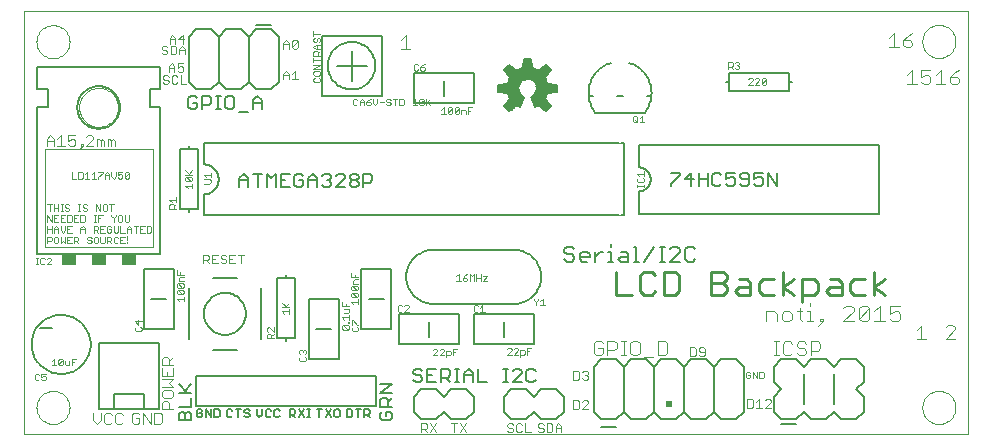
<source format=gto>
G75*
%MOIN*%
%OFA0B0*%
%FSLAX24Y24*%
%IPPOS*%
%LPD*%
%AMOC8*
5,1,8,0,0,1.08239X$1,22.5*
%
%ADD10C,0.0000*%
%ADD11C,0.0030*%
%ADD12C,0.0090*%
%ADD13C,0.0040*%
%ADD14C,0.0060*%
%ADD15C,0.0020*%
%ADD16C,0.0080*%
%ADD17C,0.0050*%
%ADD18R,0.0500X0.0350*%
%ADD19R,0.0200X0.0200*%
%ADD20C,0.0059*%
D10*
X001150Y000844D02*
X001150Y014964D01*
X032642Y014964D01*
X032642Y000844D01*
X001150Y000844D01*
X001579Y001744D02*
X001581Y001791D01*
X001587Y001837D01*
X001597Y001883D01*
X001610Y001928D01*
X001628Y001971D01*
X001649Y002013D01*
X001673Y002053D01*
X001701Y002090D01*
X001732Y002125D01*
X001766Y002158D01*
X001802Y002187D01*
X001841Y002213D01*
X001882Y002236D01*
X001925Y002255D01*
X001969Y002271D01*
X002014Y002283D01*
X002060Y002291D01*
X002107Y002295D01*
X002153Y002295D01*
X002200Y002291D01*
X002246Y002283D01*
X002291Y002271D01*
X002335Y002255D01*
X002378Y002236D01*
X002419Y002213D01*
X002458Y002187D01*
X002494Y002158D01*
X002528Y002125D01*
X002559Y002090D01*
X002587Y002053D01*
X002611Y002013D01*
X002632Y001971D01*
X002650Y001928D01*
X002663Y001883D01*
X002673Y001837D01*
X002679Y001791D01*
X002681Y001744D01*
X002679Y001697D01*
X002673Y001651D01*
X002663Y001605D01*
X002650Y001560D01*
X002632Y001517D01*
X002611Y001475D01*
X002587Y001435D01*
X002559Y001398D01*
X002528Y001363D01*
X002494Y001330D01*
X002458Y001301D01*
X002419Y001275D01*
X002378Y001252D01*
X002335Y001233D01*
X002291Y001217D01*
X002246Y001205D01*
X002200Y001197D01*
X002153Y001193D01*
X002107Y001193D01*
X002060Y001197D01*
X002014Y001205D01*
X001969Y001217D01*
X001925Y001233D01*
X001882Y001252D01*
X001841Y001275D01*
X001802Y001301D01*
X001766Y001330D01*
X001732Y001363D01*
X001701Y001398D01*
X001673Y001435D01*
X001649Y001475D01*
X001628Y001517D01*
X001610Y001560D01*
X001597Y001605D01*
X001587Y001651D01*
X001581Y001697D01*
X001579Y001744D01*
X003000Y011744D02*
X003002Y011794D01*
X003008Y011844D01*
X003018Y011894D01*
X003031Y011942D01*
X003048Y011990D01*
X003069Y012036D01*
X003093Y012080D01*
X003121Y012122D01*
X003152Y012162D01*
X003186Y012199D01*
X003223Y012234D01*
X003262Y012265D01*
X003303Y012294D01*
X003347Y012319D01*
X003393Y012341D01*
X003440Y012359D01*
X003488Y012373D01*
X003537Y012384D01*
X003587Y012391D01*
X003637Y012394D01*
X003688Y012393D01*
X003738Y012388D01*
X003788Y012379D01*
X003836Y012367D01*
X003884Y012350D01*
X003930Y012330D01*
X003975Y012307D01*
X004018Y012280D01*
X004058Y012250D01*
X004096Y012217D01*
X004131Y012181D01*
X004164Y012142D01*
X004193Y012101D01*
X004219Y012058D01*
X004242Y012013D01*
X004261Y011966D01*
X004276Y011918D01*
X004288Y011869D01*
X004296Y011819D01*
X004300Y011769D01*
X004300Y011719D01*
X004296Y011669D01*
X004288Y011619D01*
X004276Y011570D01*
X004261Y011522D01*
X004242Y011475D01*
X004219Y011430D01*
X004193Y011387D01*
X004164Y011346D01*
X004131Y011307D01*
X004096Y011271D01*
X004058Y011238D01*
X004018Y011208D01*
X003975Y011181D01*
X003930Y011158D01*
X003884Y011138D01*
X003836Y011121D01*
X003788Y011109D01*
X003738Y011100D01*
X003688Y011095D01*
X003637Y011094D01*
X003587Y011097D01*
X003537Y011104D01*
X003488Y011115D01*
X003440Y011129D01*
X003393Y011147D01*
X003347Y011169D01*
X003303Y011194D01*
X003262Y011223D01*
X003223Y011254D01*
X003186Y011289D01*
X003152Y011326D01*
X003121Y011366D01*
X003093Y011408D01*
X003069Y011452D01*
X003048Y011498D01*
X003031Y011546D01*
X003018Y011594D01*
X003008Y011644D01*
X003002Y011694D01*
X003000Y011744D01*
X001579Y013934D02*
X001581Y013981D01*
X001587Y014027D01*
X001597Y014073D01*
X001610Y014118D01*
X001628Y014161D01*
X001649Y014203D01*
X001673Y014243D01*
X001701Y014280D01*
X001732Y014315D01*
X001766Y014348D01*
X001802Y014377D01*
X001841Y014403D01*
X001882Y014426D01*
X001925Y014445D01*
X001969Y014461D01*
X002014Y014473D01*
X002060Y014481D01*
X002107Y014485D01*
X002153Y014485D01*
X002200Y014481D01*
X002246Y014473D01*
X002291Y014461D01*
X002335Y014445D01*
X002378Y014426D01*
X002419Y014403D01*
X002458Y014377D01*
X002494Y014348D01*
X002528Y014315D01*
X002559Y014280D01*
X002587Y014243D01*
X002611Y014203D01*
X002632Y014161D01*
X002650Y014118D01*
X002663Y014073D01*
X002673Y014027D01*
X002679Y013981D01*
X002681Y013934D01*
X002679Y013887D01*
X002673Y013841D01*
X002663Y013795D01*
X002650Y013750D01*
X002632Y013707D01*
X002611Y013665D01*
X002587Y013625D01*
X002559Y013588D01*
X002528Y013553D01*
X002494Y013520D01*
X002458Y013491D01*
X002419Y013465D01*
X002378Y013442D01*
X002335Y013423D01*
X002291Y013407D01*
X002246Y013395D01*
X002200Y013387D01*
X002153Y013383D01*
X002107Y013383D01*
X002060Y013387D01*
X002014Y013395D01*
X001969Y013407D01*
X001925Y013423D01*
X001882Y013442D01*
X001841Y013465D01*
X001802Y013491D01*
X001766Y013520D01*
X001732Y013553D01*
X001701Y013588D01*
X001673Y013625D01*
X001649Y013665D01*
X001628Y013707D01*
X001610Y013750D01*
X001597Y013795D01*
X001587Y013841D01*
X001581Y013887D01*
X001579Y013934D01*
X031109Y013944D02*
X031111Y013991D01*
X031117Y014037D01*
X031127Y014083D01*
X031140Y014128D01*
X031158Y014171D01*
X031179Y014213D01*
X031203Y014253D01*
X031231Y014290D01*
X031262Y014325D01*
X031296Y014358D01*
X031332Y014387D01*
X031371Y014413D01*
X031412Y014436D01*
X031455Y014455D01*
X031499Y014471D01*
X031544Y014483D01*
X031590Y014491D01*
X031637Y014495D01*
X031683Y014495D01*
X031730Y014491D01*
X031776Y014483D01*
X031821Y014471D01*
X031865Y014455D01*
X031908Y014436D01*
X031949Y014413D01*
X031988Y014387D01*
X032024Y014358D01*
X032058Y014325D01*
X032089Y014290D01*
X032117Y014253D01*
X032141Y014213D01*
X032162Y014171D01*
X032180Y014128D01*
X032193Y014083D01*
X032203Y014037D01*
X032209Y013991D01*
X032211Y013944D01*
X032209Y013897D01*
X032203Y013851D01*
X032193Y013805D01*
X032180Y013760D01*
X032162Y013717D01*
X032141Y013675D01*
X032117Y013635D01*
X032089Y013598D01*
X032058Y013563D01*
X032024Y013530D01*
X031988Y013501D01*
X031949Y013475D01*
X031908Y013452D01*
X031865Y013433D01*
X031821Y013417D01*
X031776Y013405D01*
X031730Y013397D01*
X031683Y013393D01*
X031637Y013393D01*
X031590Y013397D01*
X031544Y013405D01*
X031499Y013417D01*
X031455Y013433D01*
X031412Y013452D01*
X031371Y013475D01*
X031332Y013501D01*
X031296Y013530D01*
X031262Y013563D01*
X031231Y013598D01*
X031203Y013635D01*
X031179Y013675D01*
X031158Y013717D01*
X031140Y013760D01*
X031127Y013805D01*
X031117Y013851D01*
X031111Y013897D01*
X031109Y013944D01*
X031109Y001744D02*
X031111Y001791D01*
X031117Y001837D01*
X031127Y001883D01*
X031140Y001928D01*
X031158Y001971D01*
X031179Y002013D01*
X031203Y002053D01*
X031231Y002090D01*
X031262Y002125D01*
X031296Y002158D01*
X031332Y002187D01*
X031371Y002213D01*
X031412Y002236D01*
X031455Y002255D01*
X031499Y002271D01*
X031544Y002283D01*
X031590Y002291D01*
X031637Y002295D01*
X031683Y002295D01*
X031730Y002291D01*
X031776Y002283D01*
X031821Y002271D01*
X031865Y002255D01*
X031908Y002236D01*
X031949Y002213D01*
X031988Y002187D01*
X032024Y002158D01*
X032058Y002125D01*
X032089Y002090D01*
X032117Y002053D01*
X032141Y002013D01*
X032162Y001971D01*
X032180Y001928D01*
X032193Y001883D01*
X032203Y001837D01*
X032209Y001791D01*
X032211Y001744D01*
X032209Y001697D01*
X032203Y001651D01*
X032193Y001605D01*
X032180Y001560D01*
X032162Y001517D01*
X032141Y001475D01*
X032117Y001435D01*
X032089Y001398D01*
X032058Y001363D01*
X032024Y001330D01*
X031988Y001301D01*
X031949Y001275D01*
X031908Y001252D01*
X031865Y001233D01*
X031821Y001217D01*
X031776Y001205D01*
X031730Y001197D01*
X031683Y001193D01*
X031637Y001193D01*
X031590Y001197D01*
X031544Y001205D01*
X031499Y001217D01*
X031455Y001233D01*
X031412Y001252D01*
X031371Y001275D01*
X031332Y001301D01*
X031296Y001330D01*
X031262Y001363D01*
X031231Y001398D01*
X031203Y001435D01*
X031179Y001475D01*
X031158Y001517D01*
X031140Y001560D01*
X031127Y001605D01*
X031117Y001651D01*
X031111Y001697D01*
X031109Y001744D01*
D11*
X026058Y001739D02*
X025864Y001739D01*
X026058Y001933D01*
X026058Y001981D01*
X026009Y002029D01*
X025913Y002029D01*
X025864Y001981D01*
X025666Y002029D02*
X025666Y001739D01*
X025570Y001739D02*
X025763Y001739D01*
X025468Y001787D02*
X025420Y001739D01*
X025275Y001739D01*
X025275Y002029D01*
X025420Y002029D01*
X025468Y001981D01*
X025468Y001787D01*
X025570Y001933D02*
X025666Y002029D01*
X023853Y003507D02*
X023853Y003701D01*
X023805Y003749D01*
X023708Y003749D01*
X023660Y003701D01*
X023660Y003653D01*
X023708Y003604D01*
X023853Y003604D01*
X023853Y003507D02*
X023805Y003459D01*
X023708Y003459D01*
X023660Y003507D01*
X023558Y003507D02*
X023558Y003701D01*
X023510Y003749D01*
X023365Y003749D01*
X023365Y003459D01*
X023510Y003459D01*
X023558Y003507D01*
X019964Y002911D02*
X019964Y002863D01*
X019915Y002814D01*
X019964Y002766D01*
X019964Y002717D01*
X019915Y002669D01*
X019819Y002669D01*
X019770Y002717D01*
X019669Y002717D02*
X019669Y002911D01*
X019621Y002959D01*
X019476Y002959D01*
X019476Y002669D01*
X019621Y002669D01*
X019669Y002717D01*
X019867Y002814D02*
X019915Y002814D01*
X019964Y002911D02*
X019915Y002959D01*
X019819Y002959D01*
X019770Y002911D01*
X019819Y001979D02*
X019770Y001931D01*
X019819Y001979D02*
X019915Y001979D01*
X019964Y001931D01*
X019964Y001883D01*
X019770Y001689D01*
X019964Y001689D01*
X019669Y001737D02*
X019669Y001931D01*
X019621Y001979D01*
X019476Y001979D01*
X019476Y001689D01*
X019621Y001689D01*
X019669Y001737D01*
X019074Y001113D02*
X018977Y001209D01*
X018880Y001113D01*
X018880Y000919D01*
X018779Y000967D02*
X018731Y000919D01*
X018586Y000919D01*
X018586Y001209D01*
X018731Y001209D01*
X018779Y001161D01*
X018779Y000967D01*
X018880Y001064D02*
X019074Y001064D01*
X019074Y001113D02*
X019074Y000919D01*
X018485Y000967D02*
X018436Y000919D01*
X018339Y000919D01*
X018291Y000967D01*
X018339Y001064D02*
X018436Y001064D01*
X018485Y001016D01*
X018485Y000967D01*
X018339Y001064D02*
X018291Y001113D01*
X018291Y001161D01*
X018339Y001209D01*
X018436Y001209D01*
X018485Y001161D01*
X018054Y000919D02*
X017860Y000919D01*
X017860Y001209D01*
X017759Y001161D02*
X017711Y001209D01*
X017614Y001209D01*
X017566Y001161D01*
X017566Y000967D01*
X017614Y000919D01*
X017711Y000919D01*
X017759Y000967D01*
X017465Y000967D02*
X017416Y000919D01*
X017319Y000919D01*
X017271Y000967D01*
X017319Y001064D02*
X017416Y001064D01*
X017465Y001016D01*
X017465Y000967D01*
X017319Y001064D02*
X017271Y001113D01*
X017271Y001161D01*
X017319Y001209D01*
X017416Y001209D01*
X017465Y001161D01*
X015884Y001209D02*
X015690Y000919D01*
X015884Y000919D02*
X015690Y001209D01*
X015589Y001209D02*
X015396Y001209D01*
X015492Y001209D02*
X015492Y000919D01*
X014894Y000919D02*
X014700Y001209D01*
X014599Y001161D02*
X014599Y001064D01*
X014551Y001016D01*
X014406Y001016D01*
X014502Y001016D02*
X014599Y000919D01*
X014700Y000919D02*
X014894Y001209D01*
X014599Y001161D02*
X014551Y001209D01*
X014406Y001209D01*
X014406Y000919D01*
X006125Y001699D02*
X005755Y001699D01*
X005755Y001884D01*
X005816Y001946D01*
X005940Y001946D01*
X006002Y001884D01*
X006002Y001699D01*
X005749Y001508D02*
X005687Y001569D01*
X005502Y001569D01*
X005502Y001199D01*
X005687Y001199D01*
X005749Y001261D01*
X005749Y001508D01*
X005380Y001569D02*
X005380Y001199D01*
X005133Y001569D01*
X005133Y001199D01*
X005012Y001261D02*
X005012Y001384D01*
X004888Y001384D01*
X004765Y001261D02*
X004827Y001199D01*
X004950Y001199D01*
X005012Y001261D01*
X004765Y001261D02*
X004765Y001508D01*
X004827Y001569D01*
X004950Y001569D01*
X005012Y001508D01*
X004459Y001498D02*
X004397Y001559D01*
X004273Y001559D01*
X004212Y001498D01*
X004212Y001251D01*
X004273Y001189D01*
X004397Y001189D01*
X004459Y001251D01*
X004090Y001251D02*
X004028Y001189D01*
X003905Y001189D01*
X003843Y001251D01*
X003843Y001498D01*
X003905Y001559D01*
X004028Y001559D01*
X004090Y001498D01*
X003722Y001559D02*
X003722Y001312D01*
X003598Y001189D01*
X003475Y001312D01*
X003475Y001559D01*
X005755Y002129D02*
X005755Y002252D01*
X005816Y002314D01*
X006063Y002314D01*
X006125Y002252D01*
X006125Y002129D01*
X006063Y002067D01*
X005816Y002067D01*
X005755Y002129D01*
X005755Y002436D02*
X006125Y002436D01*
X006002Y002559D01*
X006125Y002683D01*
X005755Y002683D01*
X005755Y002804D02*
X006125Y002804D01*
X006125Y003051D01*
X006125Y003172D02*
X005755Y003172D01*
X005755Y003357D01*
X005816Y003419D01*
X005940Y003419D01*
X006002Y003357D01*
X006002Y003172D01*
X006002Y003296D02*
X006125Y003419D01*
X005755Y003051D02*
X005755Y002804D01*
X005940Y002804D02*
X005940Y002927D01*
X007125Y006549D02*
X007125Y006839D01*
X007270Y006839D01*
X007318Y006791D01*
X007318Y006694D01*
X007270Y006646D01*
X007125Y006646D01*
X007222Y006646D02*
X007318Y006549D01*
X007420Y006549D02*
X007613Y006549D01*
X007714Y006597D02*
X007763Y006549D01*
X007859Y006549D01*
X007908Y006597D01*
X007908Y006646D01*
X007859Y006694D01*
X007763Y006694D01*
X007714Y006743D01*
X007714Y006791D01*
X007763Y006839D01*
X007859Y006839D01*
X007908Y006791D01*
X008009Y006839D02*
X008009Y006549D01*
X008202Y006549D01*
X008106Y006694D02*
X008009Y006694D01*
X008009Y006839D02*
X008202Y006839D01*
X008304Y006839D02*
X008497Y006839D01*
X008400Y006839D02*
X008400Y006549D01*
X007613Y006839D02*
X007420Y006839D01*
X007420Y006549D01*
X007420Y006694D02*
X007516Y006694D01*
X006574Y012529D02*
X006380Y012529D01*
X006380Y012819D01*
X006425Y012919D02*
X006329Y012919D01*
X006280Y012967D01*
X006280Y013064D02*
X006377Y013113D01*
X006425Y013113D01*
X006474Y013064D01*
X006474Y012967D01*
X006425Y012919D01*
X006280Y013064D02*
X006280Y013209D01*
X006474Y013209D01*
X006179Y013113D02*
X006179Y012919D01*
X006134Y012819D02*
X006086Y012771D01*
X006086Y012577D01*
X006134Y012529D01*
X006231Y012529D01*
X006279Y012577D01*
X006279Y012771D02*
X006231Y012819D01*
X006134Y012819D01*
X005985Y012771D02*
X005936Y012819D01*
X005839Y012819D01*
X005791Y012771D01*
X005791Y012723D01*
X005839Y012674D01*
X005936Y012674D01*
X005985Y012626D01*
X005985Y012577D01*
X005936Y012529D01*
X005839Y012529D01*
X005791Y012577D01*
X005986Y012919D02*
X005986Y013113D01*
X006082Y013209D01*
X006179Y013113D01*
X006179Y013064D02*
X005986Y013064D01*
X006046Y013509D02*
X006191Y013509D01*
X006239Y013557D01*
X006239Y013751D01*
X006191Y013799D01*
X006046Y013799D01*
X006046Y013509D01*
X005945Y013557D02*
X005896Y013509D01*
X005799Y013509D01*
X005751Y013557D01*
X005799Y013654D02*
X005896Y013654D01*
X005945Y013606D01*
X005945Y013557D01*
X005799Y013654D02*
X005751Y013703D01*
X005751Y013751D01*
X005799Y013799D01*
X005896Y013799D01*
X005945Y013751D01*
X006016Y013869D02*
X006016Y014063D01*
X006112Y014159D01*
X006209Y014063D01*
X006209Y013869D01*
X006209Y014014D02*
X006016Y014014D01*
X006310Y014014D02*
X006504Y014014D01*
X006455Y013869D02*
X006455Y014159D01*
X006310Y014014D01*
X006437Y013799D02*
X006534Y013703D01*
X006534Y013509D01*
X006534Y013654D02*
X006340Y013654D01*
X006340Y013703D02*
X006437Y013799D01*
X006340Y013703D02*
X006340Y013509D01*
X009805Y013699D02*
X009805Y013893D01*
X009902Y013989D01*
X009998Y013893D01*
X009998Y013699D01*
X010100Y013747D02*
X010293Y013941D01*
X010293Y013747D01*
X010245Y013699D01*
X010148Y013699D01*
X010100Y013747D01*
X010100Y013941D01*
X010148Y013989D01*
X010245Y013989D01*
X010293Y013941D01*
X009998Y013844D02*
X009805Y013844D01*
X009902Y012969D02*
X009805Y012873D01*
X009805Y012679D01*
X009805Y012824D02*
X009998Y012824D01*
X009998Y012873D02*
X009998Y012679D01*
X010100Y012679D02*
X010293Y012679D01*
X010196Y012679D02*
X010196Y012969D01*
X010100Y012873D01*
X009998Y012873D02*
X009902Y012969D01*
D12*
X020905Y006270D02*
X020905Y005499D01*
X021419Y005499D01*
X021697Y005627D02*
X021825Y005499D01*
X022082Y005499D01*
X022211Y005627D01*
X022489Y005499D02*
X022874Y005499D01*
X023003Y005627D01*
X023003Y006141D01*
X022874Y006270D01*
X022489Y006270D01*
X022489Y005499D01*
X021697Y005627D02*
X021697Y006141D01*
X021825Y006270D01*
X022082Y006270D01*
X022211Y006141D01*
X024073Y006270D02*
X024073Y005499D01*
X024458Y005499D01*
X024586Y005627D01*
X024586Y005756D01*
X024458Y005884D01*
X024073Y005884D01*
X024458Y005884D02*
X024586Y006013D01*
X024586Y006141D01*
X024458Y006270D01*
X024073Y006270D01*
X024993Y006013D02*
X025250Y006013D01*
X025378Y005884D01*
X025378Y005499D01*
X024993Y005499D01*
X024864Y005627D01*
X024993Y005756D01*
X025378Y005756D01*
X025656Y005884D02*
X025656Y005627D01*
X025785Y005499D01*
X026170Y005499D01*
X026448Y005499D02*
X026448Y006270D01*
X026170Y006013D02*
X025785Y006013D01*
X025656Y005884D01*
X026448Y005756D02*
X026833Y006013D01*
X027108Y006013D02*
X027493Y006013D01*
X027622Y005884D01*
X027622Y005627D01*
X027493Y005499D01*
X027108Y005499D01*
X026833Y005499D02*
X026448Y005756D01*
X027108Y006013D02*
X027108Y005242D01*
X027900Y005627D02*
X028028Y005499D01*
X028414Y005499D01*
X028414Y005884D01*
X028285Y006013D01*
X028028Y006013D01*
X028692Y005884D02*
X028692Y005627D01*
X028820Y005499D01*
X029206Y005499D01*
X029484Y005499D02*
X029484Y006270D01*
X029206Y006013D02*
X028820Y006013D01*
X028692Y005884D01*
X028414Y005756D02*
X028028Y005756D01*
X027900Y005627D01*
X029484Y005756D02*
X029869Y006013D01*
X029484Y005756D02*
X029869Y005499D01*
D13*
X030025Y005134D02*
X030025Y004874D01*
X030199Y004961D01*
X030285Y004961D01*
X030372Y004874D01*
X030372Y004701D01*
X030285Y004614D01*
X030112Y004614D01*
X030025Y004701D01*
X029856Y004614D02*
X029509Y004614D01*
X029683Y004614D02*
X029683Y005134D01*
X029509Y004961D01*
X029341Y005048D02*
X028994Y004701D01*
X029081Y004614D01*
X029254Y004614D01*
X029341Y004701D01*
X029341Y005048D01*
X029254Y005134D01*
X029081Y005134D01*
X028994Y005048D01*
X028994Y004701D01*
X028825Y004614D02*
X028478Y004614D01*
X028825Y004961D01*
X028825Y005048D01*
X028738Y005134D01*
X028565Y005134D01*
X028478Y005048D01*
X027792Y004701D02*
X027706Y004701D01*
X027706Y004614D01*
X027792Y004614D01*
X027792Y004701D01*
X027792Y004614D02*
X027619Y004441D01*
X027449Y004614D02*
X027275Y004614D01*
X027362Y004614D02*
X027362Y004961D01*
X027275Y004961D01*
X027105Y004961D02*
X026931Y004961D01*
X027018Y005048D02*
X027018Y004701D01*
X027105Y004614D01*
X026763Y004701D02*
X026763Y004874D01*
X026676Y004961D01*
X026502Y004961D01*
X026416Y004874D01*
X026416Y004701D01*
X026502Y004614D01*
X026676Y004614D01*
X026763Y004701D01*
X026247Y004614D02*
X026247Y004874D01*
X026160Y004961D01*
X025900Y004961D01*
X025900Y004614D01*
X026160Y003944D02*
X026313Y003944D01*
X026237Y003944D02*
X026237Y003484D01*
X026313Y003484D02*
X026160Y003484D01*
X026467Y003561D02*
X026544Y003484D01*
X026697Y003484D01*
X026774Y003561D01*
X026927Y003561D02*
X027004Y003484D01*
X027158Y003484D01*
X027234Y003561D01*
X027234Y003637D01*
X027158Y003714D01*
X027004Y003714D01*
X026927Y003791D01*
X026927Y003868D01*
X027004Y003944D01*
X027158Y003944D01*
X027234Y003868D01*
X027388Y003944D02*
X027618Y003944D01*
X027695Y003868D01*
X027695Y003714D01*
X027618Y003637D01*
X027388Y003637D01*
X027388Y003484D02*
X027388Y003944D01*
X026774Y003868D02*
X026697Y003944D01*
X026544Y003944D01*
X026467Y003868D01*
X026467Y003561D01*
X022605Y003571D02*
X022529Y003494D01*
X022298Y003494D01*
X022298Y003954D01*
X022529Y003954D01*
X022605Y003878D01*
X022605Y003571D01*
X022145Y003417D02*
X021838Y003417D01*
X021685Y003571D02*
X021608Y003494D01*
X021454Y003494D01*
X021378Y003571D01*
X021378Y003878D01*
X021454Y003954D01*
X021608Y003954D01*
X021685Y003878D01*
X021685Y003571D01*
X021224Y003494D02*
X021071Y003494D01*
X021148Y003494D02*
X021148Y003954D01*
X021224Y003954D02*
X021071Y003954D01*
X020917Y003878D02*
X020917Y003724D01*
X020841Y003647D01*
X020610Y003647D01*
X020610Y003494D02*
X020610Y003954D01*
X020841Y003954D01*
X020917Y003878D01*
X020457Y003878D02*
X020380Y003954D01*
X020227Y003954D01*
X020150Y003878D01*
X020150Y003571D01*
X020227Y003494D01*
X020380Y003494D01*
X020457Y003571D01*
X020457Y003724D01*
X020303Y003724D01*
X027362Y005134D02*
X027362Y005221D01*
X030025Y005134D02*
X030372Y005134D01*
X031880Y004418D02*
X031957Y004494D01*
X032110Y004494D01*
X032187Y004418D01*
X032187Y004341D01*
X031880Y004034D01*
X032187Y004034D01*
X031227Y004014D02*
X030920Y004014D01*
X031073Y004014D02*
X031073Y004474D01*
X030920Y004321D01*
X030917Y012524D02*
X030610Y012524D01*
X030763Y012524D02*
X030763Y012984D01*
X030610Y012831D01*
X031070Y012754D02*
X031224Y012831D01*
X031301Y012831D01*
X031377Y012754D01*
X031377Y012601D01*
X031301Y012524D01*
X031147Y012524D01*
X031070Y012601D01*
X031070Y012754D02*
X031070Y012984D01*
X031377Y012984D01*
X031570Y012831D02*
X031723Y012984D01*
X031723Y012524D01*
X031570Y012524D02*
X031877Y012524D01*
X032030Y012601D02*
X032107Y012524D01*
X032261Y012524D01*
X032337Y012601D01*
X032337Y012677D01*
X032261Y012754D01*
X032030Y012754D01*
X032030Y012601D01*
X032030Y012754D02*
X032184Y012908D01*
X032337Y012984D01*
X030777Y013831D02*
X030701Y013754D01*
X030547Y013754D01*
X030470Y013831D01*
X030470Y013984D01*
X030701Y013984D01*
X030777Y013907D01*
X030777Y013831D01*
X030624Y014138D02*
X030470Y013984D01*
X030624Y014138D02*
X030777Y014214D01*
X030163Y014214D02*
X030163Y013754D01*
X030010Y013754D02*
X030317Y013754D01*
X030010Y014061D02*
X030163Y014214D01*
X014037Y013694D02*
X013730Y013694D01*
X013883Y013694D02*
X013883Y014154D01*
X013730Y014001D01*
X004188Y010639D02*
X004188Y010464D01*
X004072Y010464D02*
X004072Y010639D01*
X004130Y010698D01*
X004188Y010639D01*
X004072Y010639D02*
X004013Y010698D01*
X003955Y010698D01*
X003955Y010464D01*
X003829Y010464D02*
X003829Y010639D01*
X003771Y010698D01*
X003713Y010639D01*
X003713Y010464D01*
X003596Y010464D02*
X003596Y010698D01*
X003654Y010698D01*
X003713Y010639D01*
X003470Y010698D02*
X003470Y010756D01*
X003412Y010814D01*
X003295Y010814D01*
X003237Y010756D01*
X003470Y010698D02*
X003237Y010464D01*
X003470Y010464D01*
X003114Y010464D02*
X003056Y010464D01*
X003056Y010522D01*
X003114Y010522D01*
X003114Y010464D01*
X002997Y010347D01*
X002872Y010522D02*
X002813Y010464D01*
X002697Y010464D01*
X002638Y010522D01*
X002638Y010639D02*
X002755Y010698D01*
X002813Y010698D01*
X002872Y010639D01*
X002872Y010522D01*
X002638Y010639D02*
X002638Y010814D01*
X002872Y010814D01*
X002396Y010814D02*
X002279Y010698D01*
X002154Y010698D02*
X002154Y010464D01*
X002279Y010464D02*
X002513Y010464D01*
X002396Y010464D02*
X002396Y010814D01*
X002154Y010698D02*
X002037Y010814D01*
X001920Y010698D01*
X001920Y010464D01*
X001920Y010639D02*
X002154Y010639D01*
D14*
X001950Y011744D02*
X001600Y011744D01*
X001600Y006844D01*
X005700Y006844D01*
X005700Y011744D01*
X005350Y011744D01*
X005350Y012344D01*
X005700Y012344D01*
X005700Y013094D01*
X001600Y013094D01*
X001600Y012344D01*
X001950Y012344D01*
X001950Y011744D01*
X002940Y011744D02*
X002942Y011797D01*
X002948Y011850D01*
X002958Y011902D01*
X002972Y011953D01*
X002989Y012003D01*
X003010Y012052D01*
X003035Y012099D01*
X003063Y012144D01*
X003095Y012187D01*
X003130Y012227D01*
X003167Y012264D01*
X003207Y012299D01*
X003250Y012331D01*
X003295Y012359D01*
X003342Y012384D01*
X003391Y012405D01*
X003441Y012422D01*
X003492Y012436D01*
X003544Y012446D01*
X003597Y012452D01*
X003650Y012454D01*
X003703Y012452D01*
X003756Y012446D01*
X003808Y012436D01*
X003859Y012422D01*
X003909Y012405D01*
X003958Y012384D01*
X004005Y012359D01*
X004050Y012331D01*
X004093Y012299D01*
X004133Y012264D01*
X004170Y012227D01*
X004205Y012187D01*
X004237Y012144D01*
X004265Y012099D01*
X004290Y012052D01*
X004311Y012003D01*
X004328Y011953D01*
X004342Y011902D01*
X004352Y011850D01*
X004358Y011797D01*
X004360Y011744D01*
X004358Y011691D01*
X004352Y011638D01*
X004342Y011586D01*
X004328Y011535D01*
X004311Y011485D01*
X004290Y011436D01*
X004265Y011389D01*
X004237Y011344D01*
X004205Y011301D01*
X004170Y011261D01*
X004133Y011224D01*
X004093Y011189D01*
X004050Y011157D01*
X004005Y011129D01*
X003958Y011104D01*
X003909Y011083D01*
X003859Y011066D01*
X003808Y011052D01*
X003756Y011042D01*
X003703Y011036D01*
X003650Y011034D01*
X003597Y011036D01*
X003544Y011042D01*
X003492Y011052D01*
X003441Y011066D01*
X003391Y011083D01*
X003342Y011104D01*
X003295Y011129D01*
X003250Y011157D01*
X003207Y011189D01*
X003167Y011224D01*
X003130Y011261D01*
X003095Y011301D01*
X003063Y011344D01*
X003035Y011389D01*
X003010Y011436D01*
X002989Y011485D01*
X002972Y011535D01*
X002958Y011586D01*
X002948Y011638D01*
X002942Y011691D01*
X002940Y011744D01*
X019170Y007011D02*
X019170Y006928D01*
X019253Y006844D01*
X019420Y006844D01*
X019504Y006761D01*
X019504Y006677D01*
X019420Y006594D01*
X019253Y006594D01*
X019170Y006677D01*
X019686Y006677D02*
X019686Y006844D01*
X019769Y006928D01*
X019936Y006928D01*
X020019Y006844D01*
X020019Y006761D01*
X019686Y006761D01*
X019686Y006677D02*
X019769Y006594D01*
X019936Y006594D01*
X020201Y006594D02*
X020201Y006928D01*
X020368Y006928D02*
X020451Y006928D01*
X020368Y006928D02*
X020201Y006761D01*
X020631Y006928D02*
X020714Y006928D01*
X020714Y006594D01*
X020631Y006594D02*
X020798Y006594D01*
X020975Y006677D02*
X021058Y006761D01*
X021308Y006761D01*
X021308Y006844D02*
X021308Y006594D01*
X021058Y006594D01*
X020975Y006677D01*
X021225Y006928D02*
X021308Y006844D01*
X021225Y006928D02*
X021058Y006928D01*
X020714Y007094D02*
X020714Y007178D01*
X021490Y007094D02*
X021574Y007094D01*
X021574Y006594D01*
X021657Y006594D02*
X021490Y006594D01*
X021834Y006594D02*
X022168Y007094D01*
X022350Y007094D02*
X022517Y007094D01*
X022433Y007094D02*
X022433Y006594D01*
X022350Y006594D02*
X022517Y006594D01*
X022694Y006594D02*
X023027Y006928D01*
X023027Y007011D01*
X022944Y007094D01*
X022777Y007094D01*
X022694Y007011D01*
X022694Y006594D02*
X023027Y006594D01*
X023209Y006677D02*
X023293Y006594D01*
X023459Y006594D01*
X023543Y006677D01*
X023209Y006677D02*
X023209Y007011D01*
X023293Y007094D01*
X023459Y007094D01*
X023543Y007011D01*
X021650Y008194D02*
X021650Y008944D01*
X021689Y008946D01*
X021728Y008952D01*
X021766Y008961D01*
X021803Y008974D01*
X021839Y008991D01*
X021872Y009011D01*
X021904Y009035D01*
X021933Y009061D01*
X021959Y009090D01*
X021983Y009122D01*
X022003Y009155D01*
X022020Y009191D01*
X022033Y009228D01*
X022042Y009266D01*
X022048Y009305D01*
X022050Y009344D01*
X022048Y009383D01*
X022042Y009422D01*
X022033Y009460D01*
X022020Y009497D01*
X022003Y009533D01*
X021983Y009566D01*
X021959Y009598D01*
X021933Y009627D01*
X021904Y009653D01*
X021872Y009677D01*
X021839Y009697D01*
X021803Y009714D01*
X021766Y009727D01*
X021728Y009736D01*
X021689Y009742D01*
X021650Y009744D01*
X021650Y010494D01*
X029650Y010494D01*
X029650Y008194D01*
X021650Y008194D01*
X019504Y007011D02*
X019420Y007094D01*
X019253Y007094D01*
X019170Y007011D01*
X020400Y003344D02*
X020900Y003344D01*
X021150Y003094D01*
X021150Y001594D01*
X021400Y001344D01*
X021900Y001344D01*
X022150Y001594D01*
X022150Y003094D01*
X022400Y003344D01*
X022900Y003344D01*
X023150Y003094D01*
X023150Y001594D01*
X023400Y001344D01*
X023900Y001344D01*
X024150Y001594D01*
X024400Y001344D01*
X024900Y001344D01*
X025150Y001594D01*
X025150Y003094D01*
X024900Y003344D01*
X024400Y003344D01*
X024150Y003094D01*
X024150Y001594D01*
X023150Y001594D02*
X022900Y001344D01*
X022400Y001344D01*
X022150Y001594D01*
X021150Y001594D02*
X020900Y001344D01*
X020400Y001344D01*
X020150Y001594D01*
X020150Y003094D01*
X020400Y003344D01*
X021150Y003094D02*
X021400Y003344D01*
X021900Y003344D01*
X022150Y003094D01*
X023150Y003094D02*
X023400Y003344D01*
X023900Y003344D01*
X024150Y003094D01*
D15*
X025230Y002898D02*
X025230Y002751D01*
X025267Y002714D01*
X025340Y002714D01*
X025377Y002751D01*
X025377Y002824D01*
X025303Y002824D01*
X025230Y002898D02*
X025267Y002934D01*
X025340Y002934D01*
X025377Y002898D01*
X025451Y002934D02*
X025598Y002714D01*
X025598Y002934D01*
X025672Y002934D02*
X025782Y002934D01*
X025819Y002898D01*
X025819Y002751D01*
X025782Y002714D01*
X025672Y002714D01*
X025672Y002934D01*
X025451Y002934D02*
X025451Y002714D01*
X018526Y005144D02*
X018379Y005144D01*
X018452Y005144D02*
X018452Y005364D01*
X018379Y005291D01*
X018305Y005328D02*
X018305Y005364D01*
X018305Y005328D02*
X018231Y005254D01*
X018231Y005144D01*
X018231Y005254D02*
X018158Y005328D01*
X018158Y005364D01*
X016606Y005964D02*
X016459Y005964D01*
X016606Y006111D01*
X016459Y006111D01*
X016385Y006074D02*
X016238Y006074D01*
X016238Y005964D02*
X016238Y006184D01*
X016164Y006184D02*
X016164Y005964D01*
X016017Y005964D02*
X016017Y006184D01*
X016090Y006111D01*
X016164Y006184D01*
X016385Y006184D02*
X016385Y005964D01*
X015943Y006001D02*
X015943Y006037D01*
X015906Y006074D01*
X015796Y006074D01*
X015796Y006001D01*
X015833Y005964D01*
X015906Y005964D01*
X015943Y006001D01*
X015869Y006148D02*
X015796Y006074D01*
X015869Y006148D02*
X015943Y006184D01*
X015648Y006184D02*
X015648Y005964D01*
X015575Y005964D02*
X015722Y005964D01*
X015575Y006111D02*
X015648Y006184D01*
X016187Y005144D02*
X016150Y005108D01*
X016150Y004961D01*
X016187Y004924D01*
X016260Y004924D01*
X016297Y004961D01*
X016371Y004924D02*
X016518Y004924D01*
X016444Y004924D02*
X016444Y005144D01*
X016371Y005071D01*
X016297Y005108D02*
X016260Y005144D01*
X016187Y005144D01*
X013988Y005118D02*
X013951Y005154D01*
X013878Y005154D01*
X013841Y005118D01*
X013767Y005118D02*
X013730Y005154D01*
X013657Y005154D01*
X013620Y005118D01*
X013620Y004971D01*
X013657Y004934D01*
X013730Y004934D01*
X013767Y004971D01*
X013841Y004934D02*
X013988Y005081D01*
X013988Y005118D01*
X013988Y004934D02*
X013841Y004934D01*
X012290Y005199D02*
X012290Y005346D01*
X012290Y005272D02*
X012070Y005272D01*
X012143Y005199D01*
X011990Y005113D02*
X011770Y005113D01*
X011770Y005260D01*
X011880Y005186D02*
X011880Y005113D01*
X011843Y005039D02*
X011990Y005039D01*
X011990Y004929D01*
X011953Y004892D01*
X011843Y004892D01*
X011990Y004818D02*
X011990Y004671D01*
X011990Y004744D02*
X011770Y004744D01*
X011843Y004671D01*
X011953Y004597D02*
X011990Y004597D01*
X011990Y004561D01*
X011953Y004561D01*
X011953Y004597D01*
X011953Y004486D02*
X011990Y004450D01*
X011990Y004376D01*
X011953Y004340D01*
X011807Y004486D01*
X011953Y004486D01*
X012080Y004503D02*
X012080Y004650D01*
X012117Y004650D01*
X012263Y004503D01*
X012300Y004503D01*
X012263Y004429D02*
X012300Y004392D01*
X012300Y004319D01*
X012263Y004282D01*
X012117Y004282D01*
X012080Y004319D01*
X012080Y004392D01*
X012117Y004429D01*
X011953Y004340D02*
X011807Y004340D01*
X011770Y004376D01*
X011770Y004450D01*
X011807Y004486D01*
X009990Y004872D02*
X009990Y005019D01*
X009990Y004945D02*
X009770Y004945D01*
X009843Y004872D01*
X009770Y005093D02*
X009990Y005093D01*
X009917Y005093D02*
X009770Y005240D01*
X009880Y005130D02*
X009990Y005240D01*
X009480Y004410D02*
X009480Y004263D01*
X009333Y004410D01*
X009297Y004410D01*
X009260Y004373D01*
X009260Y004300D01*
X009297Y004263D01*
X009297Y004189D02*
X009370Y004189D01*
X009407Y004152D01*
X009407Y004042D01*
X009480Y004042D02*
X009260Y004042D01*
X009260Y004152D01*
X009297Y004189D01*
X009407Y004115D02*
X009480Y004189D01*
X010340Y003623D02*
X010377Y003660D01*
X010413Y003660D01*
X010450Y003623D01*
X010487Y003660D01*
X010523Y003660D01*
X010560Y003623D01*
X010560Y003550D01*
X010523Y003513D01*
X010523Y003439D02*
X010560Y003402D01*
X010560Y003329D01*
X010523Y003292D01*
X010377Y003292D01*
X010340Y003329D01*
X010340Y003402D01*
X010377Y003439D01*
X010377Y003513D02*
X010340Y003550D01*
X010340Y003623D01*
X010450Y003623D02*
X010450Y003586D01*
X006480Y005289D02*
X006480Y005436D01*
X006480Y005362D02*
X006260Y005362D01*
X006333Y005289D01*
X006297Y005510D02*
X006260Y005547D01*
X006260Y005620D01*
X006297Y005657D01*
X006443Y005510D01*
X006480Y005547D01*
X006480Y005620D01*
X006443Y005657D01*
X006297Y005657D01*
X006297Y005731D02*
X006260Y005768D01*
X006260Y005841D01*
X006297Y005878D01*
X006443Y005731D01*
X006480Y005768D01*
X006480Y005841D01*
X006443Y005878D01*
X006297Y005878D01*
X006333Y005952D02*
X006333Y006062D01*
X006370Y006099D01*
X006480Y006099D01*
X006480Y006173D02*
X006260Y006173D01*
X006260Y006320D01*
X006370Y006246D02*
X006370Y006173D01*
X006333Y005952D02*
X006480Y005952D01*
X006443Y005731D02*
X006297Y005731D01*
X006297Y005510D02*
X006443Y005510D01*
X004970Y004650D02*
X004970Y004503D01*
X004860Y004613D01*
X005080Y004613D01*
X005043Y004429D02*
X005080Y004392D01*
X005080Y004319D01*
X005043Y004282D01*
X004897Y004282D01*
X004860Y004319D01*
X004860Y004392D01*
X004897Y004429D01*
X002900Y003364D02*
X002753Y003364D01*
X002753Y003144D01*
X002679Y003144D02*
X002679Y003291D01*
X002753Y003254D02*
X002826Y003254D01*
X002679Y003144D02*
X002569Y003144D01*
X002532Y003181D01*
X002532Y003291D01*
X002458Y003328D02*
X002311Y003181D01*
X002348Y003144D01*
X002421Y003144D01*
X002458Y003181D01*
X002458Y003328D01*
X002421Y003364D01*
X002348Y003364D01*
X002311Y003328D01*
X002311Y003181D01*
X002237Y003144D02*
X002090Y003144D01*
X002163Y003144D02*
X002163Y003364D01*
X002090Y003291D01*
X001888Y002864D02*
X001741Y002864D01*
X001741Y002754D01*
X001814Y002791D01*
X001851Y002791D01*
X001888Y002754D01*
X001888Y002681D01*
X001851Y002644D01*
X001778Y002644D01*
X001741Y002681D01*
X001667Y002681D02*
X001630Y002644D01*
X001557Y002644D01*
X001520Y002681D01*
X001520Y002828D01*
X001557Y002864D01*
X001630Y002864D01*
X001667Y002828D01*
X001633Y006514D02*
X001560Y006514D01*
X001597Y006514D02*
X001597Y006734D01*
X001633Y006734D02*
X001560Y006734D01*
X001707Y006698D02*
X001707Y006551D01*
X001744Y006514D01*
X001817Y006514D01*
X001854Y006551D01*
X001928Y006514D02*
X002075Y006661D01*
X002075Y006698D01*
X002038Y006734D01*
X001965Y006734D01*
X001928Y006698D01*
X001854Y006698D02*
X001817Y006734D01*
X001744Y006734D01*
X001707Y006698D01*
X001928Y006514D02*
X002075Y006514D01*
X001850Y007094D02*
X001850Y010344D01*
X005450Y010344D01*
X005450Y007094D01*
X001850Y007094D01*
X001940Y007214D02*
X001940Y007434D01*
X002050Y007434D01*
X002087Y007398D01*
X002087Y007324D01*
X002050Y007287D01*
X001940Y007287D01*
X002161Y007251D02*
X002161Y007398D01*
X002198Y007434D01*
X002271Y007434D01*
X002308Y007398D01*
X002308Y007251D01*
X002271Y007214D01*
X002198Y007214D01*
X002161Y007251D01*
X002382Y007214D02*
X002455Y007287D01*
X002529Y007214D01*
X002529Y007434D01*
X002603Y007434D02*
X002603Y007214D01*
X002750Y007214D01*
X002824Y007214D02*
X002824Y007434D01*
X002934Y007434D01*
X002971Y007398D01*
X002971Y007324D01*
X002934Y007287D01*
X002824Y007287D01*
X002897Y007287D02*
X002971Y007214D01*
X003266Y007251D02*
X003303Y007214D01*
X003376Y007214D01*
X003413Y007251D01*
X003413Y007287D01*
X003376Y007324D01*
X003303Y007324D01*
X003266Y007361D01*
X003266Y007398D01*
X003303Y007434D01*
X003376Y007434D01*
X003413Y007398D01*
X003487Y007398D02*
X003487Y007251D01*
X003524Y007214D01*
X003597Y007214D01*
X003634Y007251D01*
X003634Y007398D01*
X003597Y007434D01*
X003524Y007434D01*
X003487Y007398D01*
X003487Y007574D02*
X003487Y007794D01*
X003597Y007794D01*
X003634Y007758D01*
X003634Y007684D01*
X003597Y007647D01*
X003487Y007647D01*
X003560Y007647D02*
X003634Y007574D01*
X003708Y007574D02*
X003855Y007574D01*
X003929Y007611D02*
X003929Y007758D01*
X003966Y007794D01*
X004039Y007794D01*
X004076Y007758D01*
X004076Y007684D02*
X004002Y007684D01*
X004076Y007684D02*
X004076Y007611D01*
X004039Y007574D01*
X003966Y007574D01*
X003929Y007611D01*
X003781Y007684D02*
X003708Y007684D01*
X003708Y007794D02*
X003708Y007574D01*
X003708Y007434D02*
X003708Y007251D01*
X003745Y007214D01*
X003818Y007214D01*
X003855Y007251D01*
X003855Y007434D01*
X003929Y007434D02*
X003929Y007214D01*
X003929Y007287D02*
X004039Y007287D01*
X004076Y007324D01*
X004076Y007398D01*
X004039Y007434D01*
X003929Y007434D01*
X004002Y007287D02*
X004076Y007214D01*
X004150Y007251D02*
X004187Y007214D01*
X004260Y007214D01*
X004297Y007251D01*
X004371Y007214D02*
X004371Y007434D01*
X004518Y007434D01*
X004592Y007471D02*
X004592Y007324D01*
X004592Y007251D02*
X004592Y007214D01*
X004518Y007214D02*
X004371Y007214D01*
X004371Y007324D02*
X004444Y007324D01*
X004297Y007398D02*
X004260Y007434D01*
X004187Y007434D01*
X004150Y007398D01*
X004150Y007251D01*
X004187Y007574D02*
X004260Y007574D01*
X004297Y007611D01*
X004297Y007794D01*
X004371Y007794D02*
X004371Y007574D01*
X004518Y007574D01*
X004592Y007574D02*
X004592Y007721D01*
X004665Y007794D01*
X004739Y007721D01*
X004739Y007574D01*
X004739Y007684D02*
X004592Y007684D01*
X004813Y007794D02*
X004960Y007794D01*
X004886Y007794D02*
X004886Y007574D01*
X005034Y007574D02*
X005181Y007574D01*
X005255Y007574D02*
X005365Y007574D01*
X005402Y007611D01*
X005402Y007758D01*
X005365Y007794D01*
X005255Y007794D01*
X005255Y007574D01*
X005107Y007684D02*
X005034Y007684D01*
X005034Y007794D02*
X005034Y007574D01*
X005034Y007794D02*
X005181Y007794D01*
X004665Y007971D02*
X004665Y008154D01*
X004518Y008154D02*
X004518Y007971D01*
X004555Y007934D01*
X004628Y007934D01*
X004665Y007971D01*
X004444Y007971D02*
X004444Y008118D01*
X004407Y008154D01*
X004334Y008154D01*
X004297Y008118D01*
X004297Y007971D01*
X004334Y007934D01*
X004407Y007934D01*
X004444Y007971D01*
X004223Y008118D02*
X004223Y008154D01*
X004223Y008118D02*
X004150Y008044D01*
X004150Y007934D01*
X004150Y008044D02*
X004076Y008118D01*
X004076Y008154D01*
X004076Y008294D02*
X004076Y008514D01*
X004003Y008514D02*
X004149Y008514D01*
X003928Y008478D02*
X003892Y008514D01*
X003818Y008514D01*
X003782Y008478D01*
X003782Y008331D01*
X003818Y008294D01*
X003892Y008294D01*
X003928Y008331D01*
X003928Y008478D01*
X003707Y008514D02*
X003707Y008294D01*
X003561Y008514D01*
X003561Y008294D01*
X003560Y008154D02*
X003487Y008154D01*
X003524Y008154D02*
X003524Y007934D01*
X003560Y007934D02*
X003487Y007934D01*
X003634Y007934D02*
X003634Y008154D01*
X003781Y008154D01*
X003708Y008044D02*
X003634Y008044D01*
X003192Y007971D02*
X003192Y008118D01*
X003155Y008154D01*
X003045Y008154D01*
X003045Y007934D01*
X003155Y007934D01*
X003192Y007971D01*
X003118Y007794D02*
X003192Y007721D01*
X003192Y007574D01*
X003192Y007684D02*
X003045Y007684D01*
X003045Y007721D02*
X003045Y007574D01*
X003045Y007721D02*
X003118Y007794D01*
X002971Y007934D02*
X002824Y007934D01*
X002824Y008154D01*
X002971Y008154D01*
X002897Y008044D02*
X002824Y008044D01*
X002750Y007971D02*
X002750Y008118D01*
X002713Y008154D01*
X002603Y008154D01*
X002603Y007934D01*
X002713Y007934D01*
X002750Y007971D01*
X002750Y007794D02*
X002603Y007794D01*
X002603Y007574D01*
X002750Y007574D01*
X002676Y007684D02*
X002603Y007684D01*
X002529Y007647D02*
X002529Y007794D01*
X002529Y007934D02*
X002382Y007934D01*
X002382Y008154D01*
X002529Y008154D01*
X002455Y008044D02*
X002382Y008044D01*
X002308Y007934D02*
X002161Y007934D01*
X002161Y008154D01*
X002308Y008154D01*
X002234Y008044D02*
X002161Y008044D01*
X002087Y007934D02*
X002087Y008154D01*
X001940Y008154D02*
X002087Y007934D01*
X002087Y007794D02*
X002087Y007574D01*
X002161Y007574D02*
X002161Y007721D01*
X002234Y007794D01*
X002308Y007721D01*
X002308Y007574D01*
X002382Y007647D02*
X002455Y007574D01*
X002529Y007647D01*
X002382Y007647D02*
X002382Y007794D01*
X002308Y007684D02*
X002161Y007684D01*
X002087Y007684D02*
X001940Y007684D01*
X001940Y007574D02*
X001940Y007794D01*
X001940Y007934D02*
X001940Y008154D01*
X002013Y008294D02*
X002013Y008514D01*
X001940Y008514D02*
X002087Y008514D01*
X002161Y008514D02*
X002161Y008294D01*
X002161Y008404D02*
X002308Y008404D01*
X002308Y008514D02*
X002308Y008294D01*
X002382Y008294D02*
X002455Y008294D01*
X002419Y008294D02*
X002419Y008514D01*
X002455Y008514D02*
X002382Y008514D01*
X002529Y008478D02*
X002566Y008514D01*
X002639Y008514D01*
X002676Y008478D01*
X002639Y008404D02*
X002676Y008367D01*
X002676Y008331D01*
X002639Y008294D01*
X002566Y008294D01*
X002529Y008331D01*
X002566Y008404D02*
X002639Y008404D01*
X002566Y008404D02*
X002529Y008441D01*
X002529Y008478D01*
X002971Y008514D02*
X003045Y008514D01*
X003008Y008514D02*
X003008Y008294D01*
X002971Y008294D02*
X003045Y008294D01*
X003119Y008331D02*
X003155Y008294D01*
X003229Y008294D01*
X003265Y008331D01*
X003265Y008367D01*
X003229Y008404D01*
X003155Y008404D01*
X003119Y008441D01*
X003119Y008478D01*
X003155Y008514D01*
X003229Y008514D01*
X003265Y008478D01*
X003708Y007794D02*
X003855Y007794D01*
X004150Y007794D02*
X004150Y007611D01*
X004187Y007574D01*
X002750Y007434D02*
X002603Y007434D01*
X002603Y007324D02*
X002676Y007324D01*
X002382Y007434D02*
X002382Y007214D01*
X006010Y008374D02*
X006010Y008484D01*
X006047Y008521D01*
X006120Y008521D01*
X006157Y008484D01*
X006157Y008374D01*
X006230Y008374D02*
X006010Y008374D01*
X006157Y008447D02*
X006230Y008521D01*
X006230Y008595D02*
X006230Y008742D01*
X006230Y008668D02*
X006010Y008668D01*
X006083Y008595D01*
X006613Y009054D02*
X006540Y009127D01*
X006760Y009127D01*
X006760Y009054D02*
X006760Y009201D01*
X006723Y009275D02*
X006577Y009422D01*
X006723Y009422D01*
X006760Y009385D01*
X006760Y009312D01*
X006723Y009275D01*
X006577Y009275D01*
X006540Y009312D01*
X006540Y009385D01*
X006577Y009422D01*
X006540Y009496D02*
X006760Y009496D01*
X006687Y009496D02*
X006540Y009643D01*
X006650Y009533D02*
X006760Y009643D01*
X007160Y009498D02*
X007380Y009498D01*
X007380Y009425D02*
X007380Y009572D01*
X007233Y009425D02*
X007160Y009498D01*
X007160Y009351D02*
X007343Y009351D01*
X007380Y009314D01*
X007380Y009241D01*
X007343Y009204D01*
X007160Y009204D01*
X004665Y009411D02*
X004628Y009374D01*
X004555Y009374D01*
X004518Y009411D01*
X004665Y009558D01*
X004665Y009411D01*
X004665Y009558D02*
X004628Y009594D01*
X004555Y009594D01*
X004518Y009558D01*
X004518Y009411D01*
X004444Y009411D02*
X004407Y009374D01*
X004334Y009374D01*
X004297Y009411D01*
X004297Y009484D02*
X004370Y009521D01*
X004407Y009521D01*
X004444Y009484D01*
X004444Y009411D01*
X004297Y009484D02*
X004297Y009594D01*
X004444Y009594D01*
X004223Y009594D02*
X004223Y009447D01*
X004149Y009374D01*
X004076Y009447D01*
X004076Y009594D01*
X004002Y009521D02*
X004002Y009374D01*
X004002Y009484D02*
X003855Y009484D01*
X003855Y009521D02*
X003928Y009594D01*
X004002Y009521D01*
X003855Y009521D02*
X003855Y009374D01*
X003781Y009558D02*
X003634Y009411D01*
X003634Y009374D01*
X003560Y009374D02*
X003413Y009374D01*
X003486Y009374D02*
X003486Y009594D01*
X003413Y009521D01*
X003339Y009374D02*
X003192Y009374D01*
X003265Y009374D02*
X003265Y009594D01*
X003192Y009521D01*
X003118Y009558D02*
X003081Y009594D01*
X002971Y009594D01*
X002971Y009374D01*
X003081Y009374D01*
X003118Y009411D01*
X003118Y009558D01*
X002897Y009374D02*
X002750Y009374D01*
X002750Y009594D01*
X003634Y009594D02*
X003781Y009594D01*
X003781Y009558D01*
X010810Y012621D02*
X010847Y012584D01*
X010993Y012584D01*
X011030Y012621D01*
X011030Y012694D01*
X010993Y012731D01*
X010993Y012805D02*
X011030Y012842D01*
X011030Y012915D01*
X010993Y012952D01*
X010847Y012952D01*
X010810Y012915D01*
X010810Y012842D01*
X010847Y012805D01*
X010993Y012805D01*
X010847Y012731D02*
X010810Y012694D01*
X010810Y012621D01*
X010810Y013026D02*
X011030Y013173D01*
X010810Y013173D01*
X010810Y013247D02*
X010810Y013394D01*
X010810Y013320D02*
X011030Y013320D01*
X011030Y013468D02*
X010810Y013468D01*
X010810Y013578D01*
X010847Y013615D01*
X010920Y013615D01*
X010957Y013578D01*
X010957Y013468D01*
X010957Y013541D02*
X011030Y013615D01*
X011030Y013689D02*
X010883Y013689D01*
X010810Y013762D01*
X010883Y013836D01*
X011030Y013836D01*
X010993Y013910D02*
X011030Y013947D01*
X011030Y014020D01*
X010993Y014057D01*
X010957Y014057D01*
X010920Y014020D01*
X010920Y013947D01*
X010883Y013910D01*
X010847Y013910D01*
X010810Y013947D01*
X010810Y014020D01*
X010847Y014057D01*
X010810Y014131D02*
X010810Y014278D01*
X010810Y014204D02*
X011030Y014204D01*
X010920Y013836D02*
X010920Y013689D01*
X011030Y013026D02*
X010810Y013026D01*
X012130Y011998D02*
X012167Y012034D01*
X012240Y012034D01*
X012277Y011998D01*
X012351Y011961D02*
X012424Y012034D01*
X012498Y011961D01*
X012498Y011814D01*
X012572Y011851D02*
X012609Y011814D01*
X012682Y011814D01*
X012719Y011851D01*
X012719Y011887D01*
X012682Y011924D01*
X012572Y011924D01*
X012572Y011851D01*
X012572Y011924D02*
X012645Y011998D01*
X012719Y012034D01*
X012793Y012034D02*
X012793Y011887D01*
X012866Y011814D01*
X012940Y011887D01*
X012940Y012034D01*
X013014Y011924D02*
X013161Y011924D01*
X013235Y011961D02*
X013272Y011924D01*
X013345Y011924D01*
X013382Y011887D01*
X013382Y011851D01*
X013345Y011814D01*
X013272Y011814D01*
X013235Y011851D01*
X013235Y011961D02*
X013235Y011998D01*
X013272Y012034D01*
X013345Y012034D01*
X013382Y011998D01*
X013456Y012034D02*
X013603Y012034D01*
X013529Y012034D02*
X013529Y011814D01*
X013677Y011814D02*
X013787Y011814D01*
X013824Y011851D01*
X013824Y011998D01*
X013787Y012034D01*
X013677Y012034D01*
X013677Y011814D01*
X014119Y011814D02*
X014266Y011814D01*
X014192Y011814D02*
X014192Y012034D01*
X014119Y011961D01*
X014340Y011998D02*
X014340Y011851D01*
X014487Y011998D01*
X014487Y011851D01*
X014450Y011814D01*
X014377Y011814D01*
X014340Y011851D01*
X014340Y011998D02*
X014377Y012034D01*
X014450Y012034D01*
X014487Y011998D01*
X014561Y012034D02*
X014561Y011814D01*
X014561Y011887D02*
X014708Y012034D01*
X014598Y011924D02*
X014708Y011814D01*
X015075Y011671D02*
X015148Y011744D01*
X015148Y011524D01*
X015075Y011524D02*
X015222Y011524D01*
X015296Y011561D02*
X015333Y011524D01*
X015406Y011524D01*
X015443Y011561D01*
X015443Y011708D01*
X015296Y011561D01*
X015296Y011708D01*
X015333Y011744D01*
X015406Y011744D01*
X015443Y011708D01*
X015517Y011708D02*
X015517Y011561D01*
X015664Y011708D01*
X015664Y011561D01*
X015627Y011524D01*
X015554Y011524D01*
X015517Y011561D01*
X015517Y011708D02*
X015554Y011744D01*
X015627Y011744D01*
X015664Y011708D01*
X015738Y011671D02*
X015848Y011671D01*
X015885Y011634D01*
X015885Y011524D01*
X015959Y011524D02*
X015959Y011744D01*
X016106Y011744D01*
X016032Y011634D02*
X015959Y011634D01*
X015738Y011671D02*
X015738Y011524D01*
X012498Y011924D02*
X012351Y011924D01*
X012351Y011961D02*
X012351Y011814D01*
X012277Y011851D02*
X012240Y011814D01*
X012167Y011814D01*
X012130Y011851D01*
X012130Y011998D01*
X014150Y013011D02*
X014187Y012974D01*
X014260Y012974D01*
X014297Y013011D01*
X014371Y013011D02*
X014408Y012974D01*
X014481Y012974D01*
X014518Y013011D01*
X014518Y013047D01*
X014481Y013084D01*
X014371Y013084D01*
X014371Y013011D01*
X014371Y013084D02*
X014444Y013158D01*
X014518Y013194D01*
X014297Y013158D02*
X014260Y013194D01*
X014187Y013194D01*
X014150Y013158D01*
X014150Y013011D01*
X021460Y011438D02*
X021460Y011291D01*
X021497Y011254D01*
X021570Y011254D01*
X021607Y011291D01*
X021607Y011438D01*
X021570Y011474D01*
X021497Y011474D01*
X021460Y011438D01*
X021533Y011327D02*
X021607Y011254D01*
X021681Y011254D02*
X021828Y011254D01*
X021754Y011254D02*
X021754Y011474D01*
X021681Y011401D01*
X025310Y012494D02*
X025457Y012641D01*
X025457Y012678D01*
X025420Y012714D01*
X025347Y012714D01*
X025310Y012678D01*
X025531Y012678D02*
X025568Y012714D01*
X025641Y012714D01*
X025678Y012678D01*
X025678Y012641D01*
X025531Y012494D01*
X025678Y012494D01*
X025752Y012531D02*
X025899Y012678D01*
X025899Y012531D01*
X025862Y012494D01*
X025789Y012494D01*
X025752Y012531D01*
X025752Y012678D01*
X025789Y012714D01*
X025862Y012714D01*
X025899Y012678D01*
X025457Y012494D02*
X025310Y012494D01*
X024971Y013034D02*
X024898Y013034D01*
X024861Y013071D01*
X024787Y013034D02*
X024713Y013107D01*
X024750Y013107D02*
X024640Y013107D01*
X024640Y013034D02*
X024640Y013254D01*
X024750Y013254D01*
X024787Y013218D01*
X024787Y013144D01*
X024750Y013107D01*
X024861Y013218D02*
X024898Y013254D01*
X024971Y013254D01*
X025008Y013218D01*
X025008Y013181D01*
X024971Y013144D01*
X025008Y013107D01*
X025008Y013071D01*
X024971Y013034D01*
X024971Y013144D02*
X024934Y013144D01*
X021820Y009609D02*
X021820Y009462D01*
X021820Y009536D02*
X021600Y009536D01*
X021673Y009462D01*
X021637Y009388D02*
X021600Y009351D01*
X021600Y009278D01*
X021637Y009241D01*
X021783Y009241D01*
X021820Y009278D01*
X021820Y009351D01*
X021783Y009388D01*
X021820Y009167D02*
X021820Y009094D01*
X021820Y009131D02*
X021600Y009131D01*
X021600Y009167D02*
X021600Y009094D01*
X012290Y006083D02*
X012070Y006083D01*
X012070Y006230D01*
X012180Y006156D02*
X012180Y006083D01*
X012180Y006009D02*
X012290Y006009D01*
X012180Y006009D02*
X012143Y005972D01*
X012143Y005862D01*
X012290Y005862D01*
X012253Y005788D02*
X012290Y005751D01*
X012290Y005678D01*
X012253Y005641D01*
X012107Y005788D01*
X012253Y005788D01*
X012107Y005788D02*
X012070Y005751D01*
X012070Y005678D01*
X012107Y005641D01*
X012253Y005641D01*
X012253Y005567D02*
X012290Y005530D01*
X012290Y005457D01*
X012253Y005420D01*
X012107Y005567D01*
X012253Y005567D01*
X012107Y005567D02*
X012070Y005530D01*
X012070Y005457D01*
X012107Y005420D01*
X012253Y005420D01*
X014796Y003668D02*
X014833Y003704D01*
X014906Y003704D01*
X014943Y003668D01*
X014943Y003631D01*
X014796Y003484D01*
X014943Y003484D01*
X015017Y003484D02*
X015164Y003631D01*
X015164Y003668D01*
X015127Y003704D01*
X015054Y003704D01*
X015017Y003668D01*
X015017Y003484D02*
X015164Y003484D01*
X015238Y003484D02*
X015348Y003484D01*
X015385Y003521D01*
X015385Y003594D01*
X015348Y003631D01*
X015238Y003631D01*
X015238Y003411D01*
X015459Y003484D02*
X015459Y003704D01*
X015606Y003704D01*
X015532Y003594D02*
X015459Y003594D01*
X017266Y003504D02*
X017413Y003651D01*
X017413Y003688D01*
X017376Y003724D01*
X017303Y003724D01*
X017266Y003688D01*
X017487Y003688D02*
X017524Y003724D01*
X017597Y003724D01*
X017634Y003688D01*
X017634Y003651D01*
X017487Y003504D01*
X017634Y003504D01*
X017708Y003504D02*
X017818Y003504D01*
X017855Y003541D01*
X017855Y003614D01*
X017818Y003651D01*
X017708Y003651D01*
X017708Y003431D01*
X017929Y003504D02*
X017929Y003724D01*
X018076Y003724D01*
X018002Y003614D02*
X017929Y003614D01*
X017413Y003504D02*
X017266Y003504D01*
D16*
X018150Y003844D02*
X016150Y003844D01*
X016150Y004844D01*
X018150Y004844D01*
X018150Y003844D01*
X017150Y004094D02*
X017150Y004594D01*
X015650Y004844D02*
X015650Y003844D01*
X013650Y003844D01*
X013650Y004844D01*
X015650Y004844D01*
X014800Y005194D02*
X017500Y005194D01*
X017559Y005196D01*
X017617Y005202D01*
X017676Y005211D01*
X017733Y005225D01*
X017789Y005242D01*
X017844Y005263D01*
X017898Y005287D01*
X017950Y005315D01*
X018000Y005346D01*
X018048Y005380D01*
X018093Y005417D01*
X018136Y005458D01*
X018177Y005501D01*
X018214Y005546D01*
X018248Y005594D01*
X018279Y005644D01*
X018307Y005696D01*
X018331Y005750D01*
X018352Y005805D01*
X018369Y005861D01*
X018383Y005918D01*
X018392Y005977D01*
X018398Y006035D01*
X018400Y006094D01*
X018398Y006153D01*
X018392Y006211D01*
X018383Y006270D01*
X018369Y006327D01*
X018352Y006383D01*
X018331Y006438D01*
X018307Y006492D01*
X018279Y006544D01*
X018248Y006594D01*
X018214Y006642D01*
X018177Y006687D01*
X018136Y006730D01*
X018093Y006771D01*
X018048Y006808D01*
X018000Y006842D01*
X017950Y006873D01*
X017898Y006901D01*
X017844Y006925D01*
X017789Y006946D01*
X017733Y006963D01*
X017676Y006977D01*
X017617Y006986D01*
X017559Y006992D01*
X017500Y006994D01*
X014800Y006994D01*
X013400Y006344D02*
X012400Y006344D01*
X012400Y004344D01*
X013400Y004344D01*
X013400Y006344D01*
X014800Y006994D02*
X014741Y006992D01*
X014683Y006986D01*
X014624Y006977D01*
X014567Y006963D01*
X014511Y006946D01*
X014456Y006925D01*
X014402Y006901D01*
X014350Y006873D01*
X014300Y006842D01*
X014252Y006808D01*
X014207Y006771D01*
X014164Y006730D01*
X014123Y006687D01*
X014086Y006642D01*
X014052Y006594D01*
X014021Y006544D01*
X013993Y006492D01*
X013969Y006438D01*
X013948Y006383D01*
X013931Y006327D01*
X013917Y006270D01*
X013908Y006211D01*
X013902Y006153D01*
X013900Y006094D01*
X013902Y006035D01*
X013908Y005977D01*
X013917Y005918D01*
X013931Y005861D01*
X013948Y005805D01*
X013969Y005750D01*
X013993Y005696D01*
X014021Y005644D01*
X014052Y005594D01*
X014086Y005546D01*
X014123Y005501D01*
X014164Y005458D01*
X014207Y005417D01*
X014252Y005380D01*
X014300Y005346D01*
X014350Y005315D01*
X014402Y005287D01*
X014456Y005263D01*
X014511Y005242D01*
X014567Y005225D01*
X014624Y005211D01*
X014683Y005202D01*
X014741Y005196D01*
X014800Y005194D01*
X014650Y004594D02*
X014650Y004094D01*
X011650Y003344D02*
X010650Y003344D01*
X010650Y005344D01*
X011650Y005344D01*
X011650Y003344D01*
X013020Y002514D02*
X013440Y002514D01*
X013020Y002234D01*
X013440Y002234D01*
X013440Y002053D02*
X013300Y001913D01*
X013300Y001983D02*
X013300Y001773D01*
X013440Y001773D02*
X013020Y001773D01*
X013020Y001983D01*
X013090Y002053D01*
X013230Y002053D01*
X013300Y001983D01*
X014150Y002094D02*
X014400Y002344D01*
X014900Y002344D01*
X015150Y002094D01*
X015400Y002344D01*
X015900Y002344D01*
X016150Y002094D01*
X016150Y001594D01*
X015900Y001344D01*
X015400Y001344D01*
X015150Y001594D01*
X014900Y001344D01*
X014400Y001344D01*
X014150Y001594D01*
X014150Y002094D01*
X013440Y001523D02*
X013370Y001593D01*
X013230Y001593D01*
X013230Y001453D01*
X013090Y001313D02*
X013370Y001313D01*
X013440Y001383D01*
X013440Y001523D01*
X013090Y001593D02*
X013020Y001523D01*
X013020Y001383D01*
X013090Y001313D01*
X017150Y001594D02*
X017400Y001344D01*
X017900Y001344D01*
X018150Y001594D01*
X018400Y001344D01*
X018900Y001344D01*
X019150Y001594D01*
X019150Y002094D01*
X018900Y002344D01*
X018400Y002344D01*
X018150Y002094D01*
X017900Y002344D01*
X017400Y002344D01*
X017150Y002094D01*
X017150Y001594D01*
X020400Y001094D02*
X020900Y001094D01*
X011400Y004344D02*
X010900Y004344D01*
X010180Y004054D02*
X009880Y004054D01*
X009880Y003954D01*
X009880Y004054D02*
X009580Y004054D01*
X009580Y006054D01*
X009880Y006054D01*
X009880Y006154D01*
X009880Y006054D02*
X010180Y006054D01*
X010180Y004054D01*
X009060Y004014D02*
X009060Y005714D01*
X008265Y006064D02*
X007460Y006064D01*
X006660Y005714D02*
X006660Y004014D01*
X006150Y004344D02*
X005150Y004344D01*
X005150Y006344D01*
X006150Y006344D01*
X006150Y004344D01*
X007160Y004864D02*
X007162Y004916D01*
X007168Y004968D01*
X007178Y005020D01*
X007191Y005070D01*
X007208Y005120D01*
X007229Y005168D01*
X007254Y005214D01*
X007282Y005258D01*
X007313Y005300D01*
X007347Y005340D01*
X007384Y005377D01*
X007424Y005411D01*
X007466Y005442D01*
X007510Y005470D01*
X007556Y005495D01*
X007604Y005516D01*
X007654Y005533D01*
X007704Y005546D01*
X007756Y005556D01*
X007808Y005562D01*
X007860Y005564D01*
X007912Y005562D01*
X007964Y005556D01*
X008016Y005546D01*
X008066Y005533D01*
X008116Y005516D01*
X008164Y005495D01*
X008210Y005470D01*
X008254Y005442D01*
X008296Y005411D01*
X008336Y005377D01*
X008373Y005340D01*
X008407Y005300D01*
X008438Y005258D01*
X008466Y005214D01*
X008491Y005168D01*
X008512Y005120D01*
X008529Y005070D01*
X008542Y005020D01*
X008552Y004968D01*
X008558Y004916D01*
X008560Y004864D01*
X008558Y004812D01*
X008552Y004760D01*
X008542Y004708D01*
X008529Y004658D01*
X008512Y004608D01*
X008491Y004560D01*
X008466Y004514D01*
X008438Y004470D01*
X008407Y004428D01*
X008373Y004388D01*
X008336Y004351D01*
X008296Y004317D01*
X008254Y004286D01*
X008210Y004258D01*
X008164Y004233D01*
X008116Y004212D01*
X008066Y004195D01*
X008016Y004182D01*
X007964Y004172D01*
X007912Y004166D01*
X007860Y004164D01*
X007808Y004166D01*
X007756Y004172D01*
X007704Y004182D01*
X007654Y004195D01*
X007604Y004212D01*
X007556Y004233D01*
X007510Y004258D01*
X007466Y004286D01*
X007424Y004317D01*
X007384Y004351D01*
X007347Y004388D01*
X007313Y004428D01*
X007282Y004470D01*
X007254Y004514D01*
X007229Y004560D01*
X007208Y004608D01*
X007191Y004658D01*
X007178Y004708D01*
X007168Y004760D01*
X007162Y004812D01*
X007160Y004864D01*
X005900Y005344D02*
X005400Y005344D01*
X002100Y004394D02*
X001700Y004394D01*
X001416Y003844D02*
X001418Y003906D01*
X001424Y003969D01*
X001434Y004030D01*
X001448Y004091D01*
X001465Y004151D01*
X001486Y004210D01*
X001512Y004267D01*
X001540Y004322D01*
X001572Y004376D01*
X001608Y004427D01*
X001646Y004477D01*
X001688Y004523D01*
X001732Y004567D01*
X001780Y004608D01*
X001829Y004646D01*
X001881Y004680D01*
X001935Y004711D01*
X001991Y004739D01*
X002049Y004763D01*
X002108Y004784D01*
X002168Y004800D01*
X002229Y004813D01*
X002291Y004822D01*
X002353Y004827D01*
X002416Y004828D01*
X002478Y004825D01*
X002540Y004818D01*
X002602Y004807D01*
X002662Y004792D01*
X002722Y004774D01*
X002780Y004752D01*
X002837Y004726D01*
X002892Y004696D01*
X002945Y004663D01*
X002996Y004627D01*
X003044Y004588D01*
X003090Y004545D01*
X003133Y004500D01*
X003173Y004452D01*
X003210Y004402D01*
X003244Y004349D01*
X003275Y004295D01*
X003301Y004239D01*
X003325Y004181D01*
X003344Y004121D01*
X003360Y004061D01*
X003372Y003999D01*
X003380Y003938D01*
X003384Y003875D01*
X003384Y003813D01*
X003380Y003750D01*
X003372Y003689D01*
X003360Y003627D01*
X003344Y003567D01*
X003325Y003507D01*
X003301Y003449D01*
X003275Y003393D01*
X003244Y003339D01*
X003210Y003286D01*
X003173Y003236D01*
X003133Y003188D01*
X003090Y003143D01*
X003044Y003100D01*
X002996Y003061D01*
X002945Y003025D01*
X002892Y002992D01*
X002837Y002962D01*
X002780Y002936D01*
X002722Y002914D01*
X002662Y002896D01*
X002602Y002881D01*
X002540Y002870D01*
X002478Y002863D01*
X002416Y002860D01*
X002353Y002861D01*
X002291Y002866D01*
X002229Y002875D01*
X002168Y002888D01*
X002108Y002904D01*
X002049Y002925D01*
X001991Y002949D01*
X001935Y002977D01*
X001881Y003008D01*
X001829Y003042D01*
X001780Y003080D01*
X001732Y003121D01*
X001688Y003165D01*
X001646Y003211D01*
X001608Y003261D01*
X001572Y003312D01*
X001540Y003366D01*
X001512Y003421D01*
X001486Y003478D01*
X001465Y003537D01*
X001448Y003597D01*
X001434Y003658D01*
X001424Y003719D01*
X001418Y003782D01*
X001416Y003844D01*
X006320Y002514D02*
X006600Y002234D01*
X006530Y002304D02*
X006740Y002514D01*
X006740Y002234D02*
X006320Y002234D01*
X006740Y002053D02*
X006740Y001773D01*
X006320Y001773D01*
X006390Y001593D02*
X006460Y001593D01*
X006530Y001523D01*
X006530Y001313D01*
X006740Y001313D02*
X006740Y001523D01*
X006670Y001593D01*
X006600Y001593D01*
X006530Y001523D01*
X006390Y001593D02*
X006320Y001523D01*
X006320Y001313D01*
X006740Y001313D01*
X007460Y003664D02*
X008253Y003664D01*
X012650Y005344D02*
X013150Y005344D01*
X007150Y008144D02*
X021000Y008144D01*
X021050Y008144D02*
X021150Y008144D01*
X021150Y010544D01*
X021050Y010544D01*
X021000Y010544D02*
X007150Y010544D01*
X007150Y009844D01*
X007194Y009842D01*
X007237Y009836D01*
X007279Y009827D01*
X007321Y009814D01*
X007361Y009797D01*
X007400Y009777D01*
X007437Y009754D01*
X007471Y009727D01*
X007504Y009698D01*
X007533Y009665D01*
X007560Y009631D01*
X007583Y009594D01*
X007603Y009555D01*
X007620Y009515D01*
X007633Y009473D01*
X007642Y009431D01*
X007648Y009388D01*
X007650Y009344D01*
X007648Y009300D01*
X007642Y009257D01*
X007633Y009215D01*
X007620Y009173D01*
X007603Y009133D01*
X007583Y009094D01*
X007560Y009057D01*
X007533Y009023D01*
X007504Y008990D01*
X007471Y008961D01*
X007437Y008934D01*
X007400Y008911D01*
X007361Y008891D01*
X007321Y008874D01*
X007279Y008861D01*
X007237Y008852D01*
X007194Y008846D01*
X007150Y008844D01*
X007150Y008144D01*
X006650Y008244D02*
X006650Y008344D01*
X006350Y008344D01*
X006350Y010344D01*
X006650Y010344D01*
X006650Y010444D01*
X006650Y010344D02*
X006950Y010344D01*
X006950Y008344D01*
X006650Y008344D01*
X014160Y011884D02*
X014160Y012884D01*
X016160Y012884D01*
X016160Y011884D01*
X014160Y011884D01*
X015160Y012134D02*
X015160Y012634D01*
X019985Y012124D02*
X020143Y012124D01*
X020917Y012124D02*
X021143Y012124D01*
X021855Y011574D02*
X021892Y011625D01*
X021927Y011678D01*
X021959Y011734D01*
X021987Y011791D01*
X022011Y011850D01*
X022032Y011910D01*
X022049Y011971D01*
X022063Y012033D01*
X022072Y012096D01*
X022078Y012159D01*
X022080Y012223D01*
X022078Y012287D01*
X022072Y012350D01*
X022063Y012413D01*
X022050Y012475D01*
X022032Y012536D01*
X022012Y012596D01*
X021987Y012655D01*
X021960Y012712D01*
X021928Y012768D01*
X021894Y012821D01*
X021856Y012872D01*
X021815Y012921D01*
X021771Y012967D01*
X021725Y013011D01*
X021676Y013052D01*
X021625Y013089D01*
X021571Y013124D01*
X021516Y013155D01*
X021459Y013183D01*
X021400Y013207D01*
X021340Y013227D01*
X020720Y013227D02*
X020660Y013207D01*
X020601Y013183D01*
X020544Y013155D01*
X020489Y013124D01*
X020435Y013089D01*
X020384Y013052D01*
X020335Y013011D01*
X020289Y012967D01*
X020245Y012921D01*
X020204Y012872D01*
X020166Y012821D01*
X020132Y012768D01*
X020101Y012712D01*
X020073Y012655D01*
X020048Y012596D01*
X020028Y012536D01*
X020010Y012475D01*
X019997Y012413D01*
X019988Y012350D01*
X019982Y012287D01*
X019980Y012223D01*
X019982Y012159D01*
X019988Y012096D01*
X019997Y012033D01*
X020011Y011971D01*
X020028Y011910D01*
X020049Y011850D01*
X020073Y011791D01*
X020101Y011734D01*
X020133Y011678D01*
X020168Y011625D01*
X020205Y011574D01*
X021855Y011574D01*
X021917Y012124D02*
X022075Y012124D01*
X024550Y012594D02*
X024650Y012594D01*
X024650Y012894D01*
X026650Y012894D01*
X026650Y012594D01*
X026750Y012594D01*
X026650Y012594D02*
X026650Y012294D01*
X024650Y012294D01*
X024650Y012594D01*
X009650Y012594D02*
X009400Y012344D01*
X008900Y012344D01*
X008650Y012594D01*
X008650Y014094D01*
X008400Y014344D01*
X007900Y014344D01*
X007650Y014094D01*
X007650Y012594D01*
X007400Y012344D01*
X006900Y012344D01*
X006650Y012594D01*
X006650Y014094D01*
X006900Y014344D01*
X007400Y014344D01*
X007650Y014094D01*
X008650Y014094D02*
X008900Y014344D01*
X009400Y014344D01*
X009650Y014094D01*
X009650Y012594D01*
X008650Y012594D02*
X008400Y012344D01*
X007900Y012344D01*
X007650Y012594D01*
X008900Y014476D02*
X009400Y014476D01*
D17*
X011080Y014134D02*
X011080Y012134D01*
X013080Y012134D01*
X013080Y014134D01*
X011080Y014134D01*
X012080Y013634D02*
X012080Y013134D01*
X011289Y013134D02*
X011291Y013190D01*
X011297Y013245D01*
X011307Y013300D01*
X011320Y013354D01*
X011338Y013407D01*
X011359Y013459D01*
X011384Y013509D01*
X011412Y013557D01*
X011443Y013603D01*
X011478Y013647D01*
X011516Y013688D01*
X011556Y013727D01*
X011599Y013762D01*
X011645Y013795D01*
X011693Y013824D01*
X011742Y013849D01*
X011793Y013871D01*
X011846Y013890D01*
X011900Y013904D01*
X011955Y013915D01*
X012010Y013922D01*
X012066Y013925D01*
X012122Y013924D01*
X012177Y013919D01*
X012233Y013910D01*
X012287Y013897D01*
X012340Y013881D01*
X012392Y013861D01*
X012443Y013837D01*
X012492Y013810D01*
X012538Y013779D01*
X012582Y013745D01*
X012624Y013708D01*
X012663Y013668D01*
X012700Y013626D01*
X012733Y013581D01*
X012763Y013534D01*
X012789Y013484D01*
X012812Y013433D01*
X012831Y013381D01*
X012847Y013327D01*
X012859Y013273D01*
X012867Y013218D01*
X012871Y013162D01*
X012871Y013106D01*
X012867Y013050D01*
X012859Y012995D01*
X012847Y012941D01*
X012831Y012887D01*
X012812Y012835D01*
X012789Y012784D01*
X012763Y012734D01*
X012733Y012687D01*
X012700Y012642D01*
X012663Y012600D01*
X012624Y012560D01*
X012582Y012523D01*
X012538Y012489D01*
X012492Y012458D01*
X012443Y012431D01*
X012392Y012407D01*
X012340Y012387D01*
X012287Y012371D01*
X012233Y012358D01*
X012177Y012349D01*
X012122Y012344D01*
X012066Y012343D01*
X012010Y012346D01*
X011955Y012353D01*
X011900Y012364D01*
X011846Y012378D01*
X011793Y012397D01*
X011742Y012419D01*
X011693Y012444D01*
X011645Y012473D01*
X011599Y012506D01*
X011556Y012541D01*
X011516Y012580D01*
X011478Y012621D01*
X011443Y012665D01*
X011412Y012711D01*
X011384Y012759D01*
X011359Y012809D01*
X011338Y012861D01*
X011320Y012914D01*
X011307Y012968D01*
X011297Y013023D01*
X011291Y013078D01*
X011289Y013134D01*
X011580Y013134D02*
X012080Y013134D01*
X012580Y013134D01*
X012080Y013134D02*
X012080Y012634D01*
X009094Y011979D02*
X009094Y011679D01*
X008793Y011679D02*
X008793Y011979D01*
X008944Y012129D01*
X009094Y011979D01*
X009094Y011904D02*
X008793Y011904D01*
X008173Y011754D02*
X008173Y012054D01*
X008098Y012129D01*
X007948Y012129D01*
X007873Y012054D01*
X007873Y011754D01*
X007948Y011679D01*
X008098Y011679D01*
X008173Y011754D01*
X008333Y011604D02*
X008633Y011604D01*
X007716Y011679D02*
X007566Y011679D01*
X007641Y011679D02*
X007641Y012129D01*
X007566Y012129D02*
X007716Y012129D01*
X007406Y012054D02*
X007406Y011904D01*
X007331Y011829D01*
X007105Y011829D01*
X007105Y011679D02*
X007105Y012129D01*
X007331Y012129D01*
X007406Y012054D01*
X006945Y012054D02*
X006870Y012129D01*
X006720Y012129D01*
X006645Y012054D01*
X006645Y011754D01*
X006720Y011679D01*
X006870Y011679D01*
X006945Y011754D01*
X006945Y011904D01*
X006795Y011904D01*
X008485Y009539D02*
X008635Y009389D01*
X008635Y009089D01*
X008335Y009089D02*
X008335Y009389D01*
X008485Y009539D01*
X008335Y009314D02*
X008635Y009314D01*
X008795Y009539D02*
X009096Y009539D01*
X008946Y009539D02*
X008946Y009089D01*
X009256Y009089D02*
X009256Y009539D01*
X009406Y009389D01*
X009556Y009539D01*
X009556Y009089D01*
X009716Y009089D02*
X010016Y009089D01*
X010177Y009164D02*
X010252Y009089D01*
X010402Y009089D01*
X010477Y009164D01*
X010477Y009314D01*
X010327Y009314D01*
X010477Y009464D02*
X010402Y009539D01*
X010252Y009539D01*
X010177Y009464D01*
X010177Y009164D01*
X009866Y009314D02*
X009716Y009314D01*
X009716Y009539D02*
X009716Y009089D01*
X010637Y009089D02*
X010637Y009389D01*
X010787Y009539D01*
X010937Y009389D01*
X010937Y009089D01*
X011097Y009164D02*
X011172Y009089D01*
X011323Y009089D01*
X011398Y009164D01*
X011398Y009239D01*
X011323Y009314D01*
X011247Y009314D01*
X011323Y009314D02*
X011398Y009389D01*
X011398Y009464D01*
X011323Y009539D01*
X011172Y009539D01*
X011097Y009464D01*
X010937Y009314D02*
X010637Y009314D01*
X010016Y009539D02*
X009716Y009539D01*
X011558Y009464D02*
X011633Y009539D01*
X011783Y009539D01*
X011858Y009464D01*
X011858Y009389D01*
X011558Y009089D01*
X011858Y009089D01*
X012018Y009164D02*
X012018Y009239D01*
X012093Y009314D01*
X012243Y009314D01*
X012318Y009239D01*
X012318Y009164D01*
X012243Y009089D01*
X012093Y009089D01*
X012018Y009164D01*
X012093Y009314D02*
X012018Y009389D01*
X012018Y009464D01*
X012093Y009539D01*
X012243Y009539D01*
X012318Y009464D01*
X012318Y009389D01*
X012243Y009314D01*
X012479Y009239D02*
X012704Y009239D01*
X012779Y009314D01*
X012779Y009464D01*
X012704Y009539D01*
X012479Y009539D01*
X012479Y009089D01*
X022725Y009194D02*
X022725Y009119D01*
X022725Y009194D02*
X023025Y009494D01*
X023025Y009569D01*
X022725Y009569D01*
X023185Y009344D02*
X023486Y009344D01*
X023646Y009344D02*
X023946Y009344D01*
X024106Y009194D02*
X024181Y009119D01*
X024331Y009119D01*
X024406Y009194D01*
X024567Y009194D02*
X024642Y009119D01*
X024792Y009119D01*
X024867Y009194D01*
X024867Y009344D01*
X024792Y009419D01*
X024717Y009419D01*
X024567Y009344D01*
X024567Y009569D01*
X024867Y009569D01*
X025027Y009494D02*
X025027Y009419D01*
X025102Y009344D01*
X025327Y009344D01*
X025327Y009194D02*
X025327Y009494D01*
X025252Y009569D01*
X025102Y009569D01*
X025027Y009494D01*
X025487Y009569D02*
X025487Y009344D01*
X025637Y009419D01*
X025713Y009419D01*
X025788Y009344D01*
X025788Y009194D01*
X025713Y009119D01*
X025562Y009119D01*
X025487Y009194D01*
X025327Y009194D02*
X025252Y009119D01*
X025102Y009119D01*
X025027Y009194D01*
X025487Y009569D02*
X025788Y009569D01*
X025948Y009569D02*
X026248Y009119D01*
X026248Y009569D01*
X025948Y009569D02*
X025948Y009119D01*
X024406Y009494D02*
X024331Y009569D01*
X024181Y009569D01*
X024106Y009494D01*
X024106Y009194D01*
X023946Y009119D02*
X023946Y009569D01*
X023646Y009569D02*
X023646Y009119D01*
X023411Y009119D02*
X023411Y009569D01*
X023185Y009344D01*
X026400Y003344D02*
X026900Y003344D01*
X027150Y003094D01*
X027400Y003344D01*
X027900Y003344D01*
X028150Y003094D01*
X028400Y003344D01*
X028900Y003344D01*
X029150Y003094D01*
X029150Y002594D01*
X028900Y002344D01*
X029150Y002094D01*
X029150Y001594D01*
X028900Y001344D01*
X028400Y001344D01*
X028150Y001594D01*
X027900Y001344D01*
X027400Y001344D01*
X027150Y001594D01*
X026900Y001344D01*
X026400Y001344D01*
X026150Y001594D01*
X026150Y002094D01*
X026400Y002344D01*
X026150Y002594D01*
X026150Y003094D01*
X026400Y003344D01*
X027150Y002844D02*
X027150Y001844D01*
X028150Y001844D02*
X028150Y002844D01*
X026900Y001194D02*
X026400Y001194D01*
X018213Y002664D02*
X018138Y002589D01*
X017987Y002589D01*
X017912Y002664D01*
X017912Y002964D01*
X017987Y003039D01*
X018138Y003039D01*
X018213Y002964D01*
X017752Y002964D02*
X017677Y003039D01*
X017527Y003039D01*
X017452Y002964D01*
X017295Y003039D02*
X017145Y003039D01*
X017220Y003039D02*
X017220Y002589D01*
X017145Y002589D02*
X017295Y002589D01*
X017452Y002589D02*
X017752Y002889D01*
X017752Y002964D01*
X017752Y002589D02*
X017452Y002589D01*
X016594Y002589D02*
X016293Y002589D01*
X016293Y003039D01*
X016133Y002889D02*
X016133Y002589D01*
X016133Y002814D02*
X015833Y002814D01*
X015833Y002889D02*
X015833Y002589D01*
X015676Y002589D02*
X015526Y002589D01*
X015601Y002589D02*
X015601Y003039D01*
X015526Y003039D02*
X015676Y003039D01*
X015833Y002889D02*
X015983Y003039D01*
X016133Y002889D01*
X015366Y002814D02*
X015291Y002739D01*
X015066Y002739D01*
X015216Y002739D02*
X015366Y002589D01*
X015366Y002814D02*
X015366Y002964D01*
X015291Y003039D01*
X015066Y003039D01*
X015066Y002589D01*
X014906Y002589D02*
X014605Y002589D01*
X014605Y003039D01*
X014906Y003039D01*
X014756Y002814D02*
X014605Y002814D01*
X014445Y002739D02*
X014445Y002664D01*
X014370Y002589D01*
X014220Y002589D01*
X014145Y002664D01*
X014220Y002814D02*
X014370Y002814D01*
X014445Y002739D01*
X014445Y002964D02*
X014370Y003039D01*
X014220Y003039D01*
X014145Y002964D01*
X014145Y002889D01*
X014220Y002814D01*
X012880Y002804D02*
X012880Y001804D01*
X006880Y001804D01*
X006880Y002804D01*
X012880Y002804D01*
X012645Y001679D02*
X012691Y001634D01*
X012691Y001544D01*
X012645Y001499D01*
X012510Y001499D01*
X012510Y001409D02*
X012510Y001679D01*
X012645Y001679D01*
X012600Y001499D02*
X012691Y001409D01*
X012306Y001409D02*
X012306Y001679D01*
X012216Y001679D02*
X012396Y001679D01*
X012101Y001634D02*
X012056Y001679D01*
X011921Y001679D01*
X011921Y001409D01*
X012056Y001409D01*
X012101Y001454D01*
X012101Y001634D01*
X011691Y001634D02*
X011691Y001454D01*
X011645Y001409D01*
X011555Y001409D01*
X011510Y001454D01*
X011510Y001634D01*
X011555Y001679D01*
X011645Y001679D01*
X011691Y001634D01*
X011396Y001679D02*
X011216Y001409D01*
X011396Y001409D02*
X011216Y001679D01*
X011101Y001679D02*
X010921Y001679D01*
X011011Y001679D02*
X011011Y001409D01*
X010699Y001409D02*
X010609Y001409D01*
X010654Y001409D02*
X010654Y001679D01*
X010609Y001679D02*
X010699Y001679D01*
X010494Y001679D02*
X010314Y001409D01*
X010199Y001409D02*
X010109Y001499D01*
X010154Y001499D02*
X010019Y001499D01*
X010019Y001409D02*
X010019Y001679D01*
X010154Y001679D01*
X010199Y001634D01*
X010199Y001544D01*
X010154Y001499D01*
X010314Y001679D02*
X010494Y001409D01*
X009691Y001454D02*
X009645Y001409D01*
X009555Y001409D01*
X009510Y001454D01*
X009510Y001634D01*
X009555Y001679D01*
X009645Y001679D01*
X009691Y001634D01*
X009396Y001634D02*
X009351Y001679D01*
X009261Y001679D01*
X009216Y001634D01*
X009216Y001454D01*
X009261Y001409D01*
X009351Y001409D01*
X009396Y001454D01*
X009101Y001499D02*
X009101Y001679D01*
X009101Y001499D02*
X009011Y001409D01*
X008921Y001499D01*
X008921Y001679D01*
X008691Y001634D02*
X008645Y001679D01*
X008555Y001679D01*
X008510Y001634D01*
X008510Y001589D01*
X008555Y001544D01*
X008645Y001544D01*
X008691Y001499D01*
X008691Y001454D01*
X008645Y001409D01*
X008555Y001409D01*
X008510Y001454D01*
X008306Y001409D02*
X008306Y001679D01*
X008216Y001679D02*
X008396Y001679D01*
X008101Y001634D02*
X008056Y001679D01*
X007966Y001679D01*
X007921Y001634D01*
X007921Y001454D01*
X007966Y001409D01*
X008056Y001409D01*
X008101Y001454D01*
X007691Y001454D02*
X007645Y001409D01*
X007510Y001409D01*
X007510Y001679D01*
X007645Y001679D01*
X007691Y001634D01*
X007691Y001454D01*
X007396Y001409D02*
X007216Y001679D01*
X007216Y001409D01*
X007101Y001454D02*
X007056Y001409D01*
X006966Y001409D01*
X006921Y001454D01*
X006921Y001634D01*
X006966Y001679D01*
X007056Y001679D01*
X007101Y001634D01*
X007101Y001544D02*
X007011Y001544D01*
X007101Y001544D02*
X007101Y001454D01*
X007396Y001409D02*
X007396Y001679D01*
X005660Y001704D02*
X005160Y001704D01*
X005160Y002204D01*
X004160Y002204D01*
X004160Y001704D01*
X003660Y001704D01*
X003660Y003904D01*
X005660Y003904D01*
X005660Y001704D01*
X005160Y001704D02*
X004160Y001704D01*
D18*
X004650Y006669D03*
X003650Y006669D03*
X002650Y006669D03*
D19*
X022650Y001844D03*
D20*
X018556Y011608D02*
X018726Y011778D01*
X018524Y012025D01*
X018575Y012125D01*
X018114Y012125D01*
X018123Y012130D02*
X018068Y012100D01*
X018209Y011759D01*
X018309Y011810D01*
X018556Y011608D01*
X018612Y011664D02*
X018487Y011664D01*
X018417Y011722D02*
X018670Y011722D01*
X018724Y011780D02*
X018346Y011780D01*
X018249Y011780D02*
X018200Y011780D01*
X018177Y011837D02*
X018677Y011837D01*
X018631Y011895D02*
X018153Y011895D01*
X018129Y011952D02*
X018584Y011952D01*
X018537Y012010D02*
X018105Y012010D01*
X018081Y012067D02*
X018545Y012067D01*
X018575Y012125D02*
X018609Y012232D01*
X018927Y012264D01*
X018927Y012504D01*
X018609Y012536D01*
X018575Y012643D01*
X018524Y012743D01*
X018726Y012990D01*
X018556Y013160D01*
X018309Y012958D01*
X018209Y013009D01*
X018102Y013043D01*
X018070Y013361D01*
X017830Y013361D01*
X017798Y013043D01*
X017691Y013009D01*
X017591Y012958D01*
X017344Y013160D01*
X017174Y012990D01*
X017376Y012743D01*
X017325Y012643D01*
X017291Y012536D01*
X016973Y012504D01*
X016973Y012264D01*
X017291Y012232D01*
X017325Y012125D01*
X017785Y012125D01*
X017779Y012128D02*
X017732Y012167D01*
X017694Y012213D01*
X017666Y012266D01*
X017648Y012324D01*
X017642Y012384D01*
X017649Y012447D01*
X017668Y012507D01*
X017699Y012562D01*
X017741Y012609D01*
X017791Y012647D01*
X017848Y012674D01*
X017910Y012689D01*
X017973Y012691D01*
X018035Y012680D01*
X018094Y012656D01*
X018146Y012621D01*
X018190Y012576D01*
X018225Y012523D01*
X018247Y012464D01*
X018257Y012401D01*
X018254Y012338D01*
X018238Y012277D01*
X018210Y012220D01*
X018172Y012171D01*
X018123Y012130D01*
X018181Y012182D02*
X018594Y012182D01*
X018690Y012240D02*
X018220Y012240D01*
X018244Y012298D02*
X018927Y012298D01*
X018927Y012355D02*
X018255Y012355D01*
X018255Y012413D02*
X018927Y012413D01*
X018927Y012470D02*
X018245Y012470D01*
X018221Y012528D02*
X018693Y012528D01*
X018594Y012585D02*
X018181Y012585D01*
X018113Y012643D02*
X018575Y012643D01*
X018546Y012700D02*
X017354Y012700D01*
X017364Y012758D02*
X018536Y012758D01*
X018583Y012816D02*
X017317Y012816D01*
X017270Y012873D02*
X018630Y012873D01*
X018677Y012931D02*
X017223Y012931D01*
X017176Y012988D02*
X017554Y012988D01*
X017484Y013046D02*
X017230Y013046D01*
X017288Y013103D02*
X017413Y013103D01*
X017650Y012988D02*
X018250Y012988D01*
X018346Y012988D02*
X018724Y012988D01*
X018670Y013046D02*
X018416Y013046D01*
X018487Y013103D02*
X018612Y013103D01*
X018102Y013046D02*
X017798Y013046D01*
X017804Y013103D02*
X018096Y013103D01*
X018090Y013161D02*
X017810Y013161D01*
X017816Y013218D02*
X018084Y013218D01*
X018079Y013276D02*
X017821Y013276D01*
X017827Y013334D02*
X018073Y013334D01*
X017785Y012643D02*
X017325Y012643D01*
X017306Y012585D02*
X017720Y012585D01*
X017680Y012528D02*
X017207Y012528D01*
X016973Y012470D02*
X017656Y012470D01*
X017645Y012413D02*
X016973Y012413D01*
X016973Y012355D02*
X017645Y012355D01*
X017656Y012298D02*
X016973Y012298D01*
X017210Y012240D02*
X017680Y012240D01*
X017719Y012182D02*
X017306Y012182D01*
X017325Y012125D02*
X017376Y012025D01*
X017174Y011778D01*
X017344Y011608D01*
X017591Y011810D01*
X017691Y011759D01*
X017832Y012100D01*
X017779Y012128D01*
X017819Y012067D02*
X017355Y012067D01*
X017363Y012010D02*
X017795Y012010D01*
X017771Y011952D02*
X017316Y011952D01*
X017269Y011895D02*
X017747Y011895D01*
X017723Y011837D02*
X017223Y011837D01*
X017176Y011780D02*
X017554Y011780D01*
X017483Y011722D02*
X017230Y011722D01*
X017288Y011664D02*
X017413Y011664D01*
X017651Y011780D02*
X017700Y011780D01*
M02*

</source>
